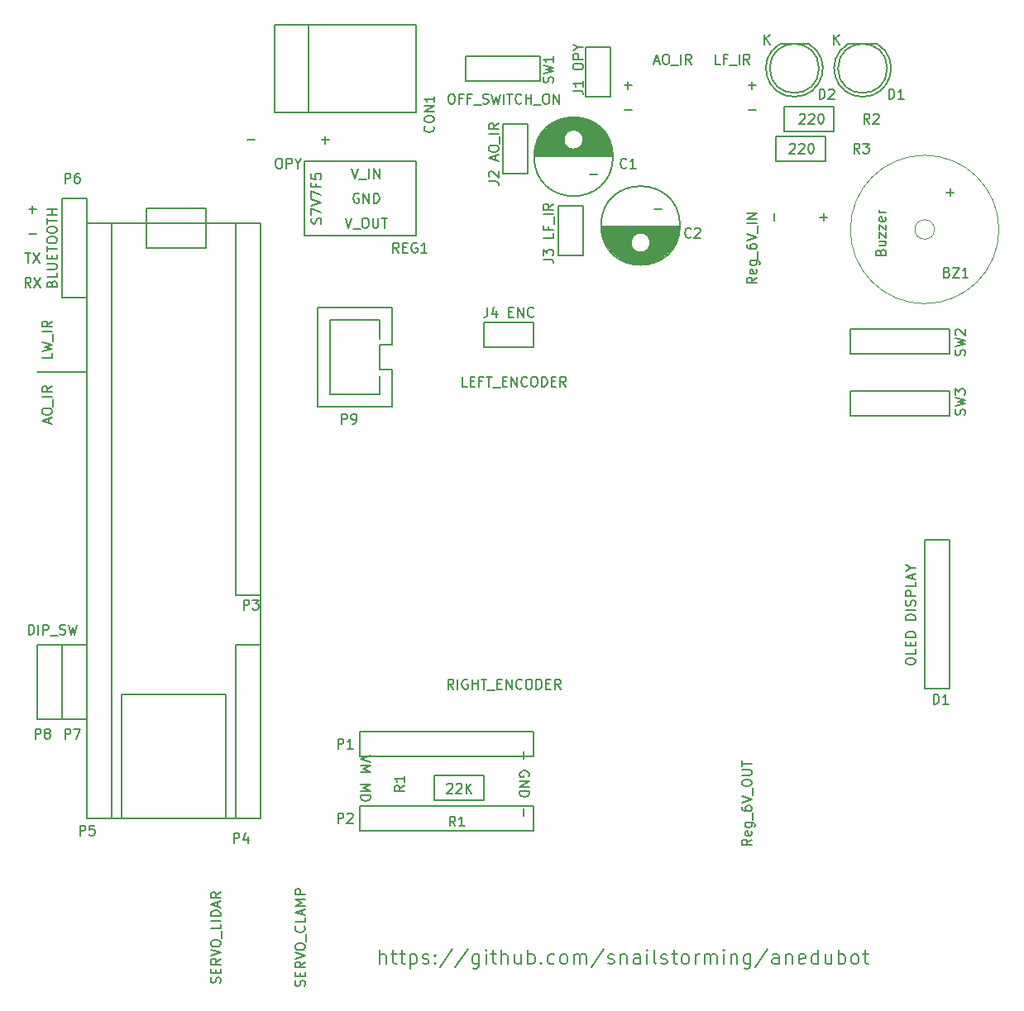
<source format=gbr>
G04 #@! TF.FileFunction,Legend,Top*
%FSLAX46Y46*%
G04 Gerber Fmt 4.6, Leading zero omitted, Abs format (unit mm)*
G04 Created by KiCad (PCBNEW 4.0.7) date 01/01/18 18:36:40*
%MOMM*%
%LPD*%
G01*
G04 APERTURE LIST*
%ADD10C,0.100000*%
%ADD11C,0.150000*%
%ADD12C,0.200000*%
%ADD13C,0.120000*%
G04 APERTURE END LIST*
D10*
D11*
X85815619Y-124058857D02*
X84815619Y-124392190D01*
X85815619Y-124725524D01*
X84815619Y-125058857D02*
X85815619Y-125058857D01*
X85101333Y-125392191D01*
X85815619Y-125725524D01*
X84815619Y-125725524D01*
X84815619Y-126963619D02*
X85815619Y-126963619D01*
X85101333Y-127296953D01*
X85815619Y-127630286D01*
X84815619Y-127630286D01*
X84815619Y-128106476D02*
X85815619Y-128106476D01*
X85815619Y-128344571D01*
X85768000Y-128487429D01*
X85672762Y-128582667D01*
X85577524Y-128630286D01*
X85387048Y-128677905D01*
X85244190Y-128677905D01*
X85053714Y-128630286D01*
X84958476Y-128582667D01*
X84863238Y-128487429D01*
X84815619Y-128344571D01*
X84815619Y-128106476D01*
X101452571Y-123638286D02*
X101452571Y-124400191D01*
X102024000Y-126162096D02*
X102071619Y-126066858D01*
X102071619Y-125924001D01*
X102024000Y-125781143D01*
X101928762Y-125685905D01*
X101833524Y-125638286D01*
X101643048Y-125590667D01*
X101500190Y-125590667D01*
X101309714Y-125638286D01*
X101214476Y-125685905D01*
X101119238Y-125781143D01*
X101071619Y-125924001D01*
X101071619Y-126019239D01*
X101119238Y-126162096D01*
X101166857Y-126209715D01*
X101500190Y-126209715D01*
X101500190Y-126019239D01*
X101071619Y-126638286D02*
X102071619Y-126638286D01*
X101071619Y-127209715D01*
X102071619Y-127209715D01*
X101071619Y-127685905D02*
X102071619Y-127685905D01*
X102071619Y-127924000D01*
X102024000Y-128066858D01*
X101928762Y-128162096D01*
X101833524Y-128209715D01*
X101643048Y-128257334D01*
X101500190Y-128257334D01*
X101309714Y-128209715D01*
X101214476Y-128162096D01*
X101119238Y-128066858D01*
X101071619Y-127924000D01*
X101071619Y-127685905D01*
X101452571Y-129447810D02*
X101452571Y-130209715D01*
D12*
X86791140Y-145382571D02*
X86791140Y-143882571D01*
X87433997Y-145382571D02*
X87433997Y-144596857D01*
X87362568Y-144454000D01*
X87219711Y-144382571D01*
X87005426Y-144382571D01*
X86862568Y-144454000D01*
X86791140Y-144525429D01*
X87933997Y-144382571D02*
X88505426Y-144382571D01*
X88148283Y-143882571D02*
X88148283Y-145168286D01*
X88219711Y-145311143D01*
X88362569Y-145382571D01*
X88505426Y-145382571D01*
X88791140Y-144382571D02*
X89362569Y-144382571D01*
X89005426Y-143882571D02*
X89005426Y-145168286D01*
X89076854Y-145311143D01*
X89219712Y-145382571D01*
X89362569Y-145382571D01*
X89862569Y-144382571D02*
X89862569Y-145882571D01*
X89862569Y-144454000D02*
X90005426Y-144382571D01*
X90291140Y-144382571D01*
X90433997Y-144454000D01*
X90505426Y-144525429D01*
X90576855Y-144668286D01*
X90576855Y-145096857D01*
X90505426Y-145239714D01*
X90433997Y-145311143D01*
X90291140Y-145382571D01*
X90005426Y-145382571D01*
X89862569Y-145311143D01*
X91148283Y-145311143D02*
X91291140Y-145382571D01*
X91576855Y-145382571D01*
X91719712Y-145311143D01*
X91791140Y-145168286D01*
X91791140Y-145096857D01*
X91719712Y-144954000D01*
X91576855Y-144882571D01*
X91362569Y-144882571D01*
X91219712Y-144811143D01*
X91148283Y-144668286D01*
X91148283Y-144596857D01*
X91219712Y-144454000D01*
X91362569Y-144382571D01*
X91576855Y-144382571D01*
X91719712Y-144454000D01*
X92433998Y-145239714D02*
X92505426Y-145311143D01*
X92433998Y-145382571D01*
X92362569Y-145311143D01*
X92433998Y-145239714D01*
X92433998Y-145382571D01*
X92433998Y-144454000D02*
X92505426Y-144525429D01*
X92433998Y-144596857D01*
X92362569Y-144525429D01*
X92433998Y-144454000D01*
X92433998Y-144596857D01*
X94219712Y-143811143D02*
X92933998Y-145739714D01*
X95791141Y-143811143D02*
X94505427Y-145739714D01*
X96933999Y-144382571D02*
X96933999Y-145596857D01*
X96862570Y-145739714D01*
X96791142Y-145811143D01*
X96648285Y-145882571D01*
X96433999Y-145882571D01*
X96291142Y-145811143D01*
X96933999Y-145311143D02*
X96791142Y-145382571D01*
X96505428Y-145382571D01*
X96362570Y-145311143D01*
X96291142Y-145239714D01*
X96219713Y-145096857D01*
X96219713Y-144668286D01*
X96291142Y-144525429D01*
X96362570Y-144454000D01*
X96505428Y-144382571D01*
X96791142Y-144382571D01*
X96933999Y-144454000D01*
X97648285Y-145382571D02*
X97648285Y-144382571D01*
X97648285Y-143882571D02*
X97576856Y-143954000D01*
X97648285Y-144025429D01*
X97719713Y-143954000D01*
X97648285Y-143882571D01*
X97648285Y-144025429D01*
X98148285Y-144382571D02*
X98719714Y-144382571D01*
X98362571Y-143882571D02*
X98362571Y-145168286D01*
X98433999Y-145311143D01*
X98576857Y-145382571D01*
X98719714Y-145382571D01*
X99219714Y-145382571D02*
X99219714Y-143882571D01*
X99862571Y-145382571D02*
X99862571Y-144596857D01*
X99791142Y-144454000D01*
X99648285Y-144382571D01*
X99434000Y-144382571D01*
X99291142Y-144454000D01*
X99219714Y-144525429D01*
X101219714Y-144382571D02*
X101219714Y-145382571D01*
X100576857Y-144382571D02*
X100576857Y-145168286D01*
X100648285Y-145311143D01*
X100791143Y-145382571D01*
X101005428Y-145382571D01*
X101148285Y-145311143D01*
X101219714Y-145239714D01*
X101934000Y-145382571D02*
X101934000Y-143882571D01*
X101934000Y-144454000D02*
X102076857Y-144382571D01*
X102362571Y-144382571D01*
X102505428Y-144454000D01*
X102576857Y-144525429D01*
X102648286Y-144668286D01*
X102648286Y-145096857D01*
X102576857Y-145239714D01*
X102505428Y-145311143D01*
X102362571Y-145382571D01*
X102076857Y-145382571D01*
X101934000Y-145311143D01*
X103291143Y-145239714D02*
X103362571Y-145311143D01*
X103291143Y-145382571D01*
X103219714Y-145311143D01*
X103291143Y-145239714D01*
X103291143Y-145382571D01*
X104648286Y-145311143D02*
X104505429Y-145382571D01*
X104219715Y-145382571D01*
X104076857Y-145311143D01*
X104005429Y-145239714D01*
X103934000Y-145096857D01*
X103934000Y-144668286D01*
X104005429Y-144525429D01*
X104076857Y-144454000D01*
X104219715Y-144382571D01*
X104505429Y-144382571D01*
X104648286Y-144454000D01*
X105505429Y-145382571D02*
X105362571Y-145311143D01*
X105291143Y-145239714D01*
X105219714Y-145096857D01*
X105219714Y-144668286D01*
X105291143Y-144525429D01*
X105362571Y-144454000D01*
X105505429Y-144382571D01*
X105719714Y-144382571D01*
X105862571Y-144454000D01*
X105934000Y-144525429D01*
X106005429Y-144668286D01*
X106005429Y-145096857D01*
X105934000Y-145239714D01*
X105862571Y-145311143D01*
X105719714Y-145382571D01*
X105505429Y-145382571D01*
X106648286Y-145382571D02*
X106648286Y-144382571D01*
X106648286Y-144525429D02*
X106719714Y-144454000D01*
X106862572Y-144382571D01*
X107076857Y-144382571D01*
X107219714Y-144454000D01*
X107291143Y-144596857D01*
X107291143Y-145382571D01*
X107291143Y-144596857D02*
X107362572Y-144454000D01*
X107505429Y-144382571D01*
X107719714Y-144382571D01*
X107862572Y-144454000D01*
X107934000Y-144596857D01*
X107934000Y-145382571D01*
X109719714Y-143811143D02*
X108434000Y-145739714D01*
X110148286Y-145311143D02*
X110291143Y-145382571D01*
X110576858Y-145382571D01*
X110719715Y-145311143D01*
X110791143Y-145168286D01*
X110791143Y-145096857D01*
X110719715Y-144954000D01*
X110576858Y-144882571D01*
X110362572Y-144882571D01*
X110219715Y-144811143D01*
X110148286Y-144668286D01*
X110148286Y-144596857D01*
X110219715Y-144454000D01*
X110362572Y-144382571D01*
X110576858Y-144382571D01*
X110719715Y-144454000D01*
X111434001Y-144382571D02*
X111434001Y-145382571D01*
X111434001Y-144525429D02*
X111505429Y-144454000D01*
X111648287Y-144382571D01*
X111862572Y-144382571D01*
X112005429Y-144454000D01*
X112076858Y-144596857D01*
X112076858Y-145382571D01*
X113434001Y-145382571D02*
X113434001Y-144596857D01*
X113362572Y-144454000D01*
X113219715Y-144382571D01*
X112934001Y-144382571D01*
X112791144Y-144454000D01*
X113434001Y-145311143D02*
X113291144Y-145382571D01*
X112934001Y-145382571D01*
X112791144Y-145311143D01*
X112719715Y-145168286D01*
X112719715Y-145025429D01*
X112791144Y-144882571D01*
X112934001Y-144811143D01*
X113291144Y-144811143D01*
X113434001Y-144739714D01*
X114148287Y-145382571D02*
X114148287Y-144382571D01*
X114148287Y-143882571D02*
X114076858Y-143954000D01*
X114148287Y-144025429D01*
X114219715Y-143954000D01*
X114148287Y-143882571D01*
X114148287Y-144025429D01*
X115076859Y-145382571D02*
X114934001Y-145311143D01*
X114862573Y-145168286D01*
X114862573Y-143882571D01*
X115576858Y-145311143D02*
X115719715Y-145382571D01*
X116005430Y-145382571D01*
X116148287Y-145311143D01*
X116219715Y-145168286D01*
X116219715Y-145096857D01*
X116148287Y-144954000D01*
X116005430Y-144882571D01*
X115791144Y-144882571D01*
X115648287Y-144811143D01*
X115576858Y-144668286D01*
X115576858Y-144596857D01*
X115648287Y-144454000D01*
X115791144Y-144382571D01*
X116005430Y-144382571D01*
X116148287Y-144454000D01*
X116648287Y-144382571D02*
X117219716Y-144382571D01*
X116862573Y-143882571D02*
X116862573Y-145168286D01*
X116934001Y-145311143D01*
X117076859Y-145382571D01*
X117219716Y-145382571D01*
X117934002Y-145382571D02*
X117791144Y-145311143D01*
X117719716Y-145239714D01*
X117648287Y-145096857D01*
X117648287Y-144668286D01*
X117719716Y-144525429D01*
X117791144Y-144454000D01*
X117934002Y-144382571D01*
X118148287Y-144382571D01*
X118291144Y-144454000D01*
X118362573Y-144525429D01*
X118434002Y-144668286D01*
X118434002Y-145096857D01*
X118362573Y-145239714D01*
X118291144Y-145311143D01*
X118148287Y-145382571D01*
X117934002Y-145382571D01*
X119076859Y-145382571D02*
X119076859Y-144382571D01*
X119076859Y-144668286D02*
X119148287Y-144525429D01*
X119219716Y-144454000D01*
X119362573Y-144382571D01*
X119505430Y-144382571D01*
X120005430Y-145382571D02*
X120005430Y-144382571D01*
X120005430Y-144525429D02*
X120076858Y-144454000D01*
X120219716Y-144382571D01*
X120434001Y-144382571D01*
X120576858Y-144454000D01*
X120648287Y-144596857D01*
X120648287Y-145382571D01*
X120648287Y-144596857D02*
X120719716Y-144454000D01*
X120862573Y-144382571D01*
X121076858Y-144382571D01*
X121219716Y-144454000D01*
X121291144Y-144596857D01*
X121291144Y-145382571D01*
X122005430Y-145382571D02*
X122005430Y-144382571D01*
X122005430Y-143882571D02*
X121934001Y-143954000D01*
X122005430Y-144025429D01*
X122076858Y-143954000D01*
X122005430Y-143882571D01*
X122005430Y-144025429D01*
X122719716Y-144382571D02*
X122719716Y-145382571D01*
X122719716Y-144525429D02*
X122791144Y-144454000D01*
X122934002Y-144382571D01*
X123148287Y-144382571D01*
X123291144Y-144454000D01*
X123362573Y-144596857D01*
X123362573Y-145382571D01*
X124719716Y-144382571D02*
X124719716Y-145596857D01*
X124648287Y-145739714D01*
X124576859Y-145811143D01*
X124434002Y-145882571D01*
X124219716Y-145882571D01*
X124076859Y-145811143D01*
X124719716Y-145311143D02*
X124576859Y-145382571D01*
X124291145Y-145382571D01*
X124148287Y-145311143D01*
X124076859Y-145239714D01*
X124005430Y-145096857D01*
X124005430Y-144668286D01*
X124076859Y-144525429D01*
X124148287Y-144454000D01*
X124291145Y-144382571D01*
X124576859Y-144382571D01*
X124719716Y-144454000D01*
X126505430Y-143811143D02*
X125219716Y-145739714D01*
X127648288Y-145382571D02*
X127648288Y-144596857D01*
X127576859Y-144454000D01*
X127434002Y-144382571D01*
X127148288Y-144382571D01*
X127005431Y-144454000D01*
X127648288Y-145311143D02*
X127505431Y-145382571D01*
X127148288Y-145382571D01*
X127005431Y-145311143D01*
X126934002Y-145168286D01*
X126934002Y-145025429D01*
X127005431Y-144882571D01*
X127148288Y-144811143D01*
X127505431Y-144811143D01*
X127648288Y-144739714D01*
X128362574Y-144382571D02*
X128362574Y-145382571D01*
X128362574Y-144525429D02*
X128434002Y-144454000D01*
X128576860Y-144382571D01*
X128791145Y-144382571D01*
X128934002Y-144454000D01*
X129005431Y-144596857D01*
X129005431Y-145382571D01*
X130291145Y-145311143D02*
X130148288Y-145382571D01*
X129862574Y-145382571D01*
X129719717Y-145311143D01*
X129648288Y-145168286D01*
X129648288Y-144596857D01*
X129719717Y-144454000D01*
X129862574Y-144382571D01*
X130148288Y-144382571D01*
X130291145Y-144454000D01*
X130362574Y-144596857D01*
X130362574Y-144739714D01*
X129648288Y-144882571D01*
X131648288Y-145382571D02*
X131648288Y-143882571D01*
X131648288Y-145311143D02*
X131505431Y-145382571D01*
X131219717Y-145382571D01*
X131076859Y-145311143D01*
X131005431Y-145239714D01*
X130934002Y-145096857D01*
X130934002Y-144668286D01*
X131005431Y-144525429D01*
X131076859Y-144454000D01*
X131219717Y-144382571D01*
X131505431Y-144382571D01*
X131648288Y-144454000D01*
X133005431Y-144382571D02*
X133005431Y-145382571D01*
X132362574Y-144382571D02*
X132362574Y-145168286D01*
X132434002Y-145311143D01*
X132576860Y-145382571D01*
X132791145Y-145382571D01*
X132934002Y-145311143D01*
X133005431Y-145239714D01*
X133719717Y-145382571D02*
X133719717Y-143882571D01*
X133719717Y-144454000D02*
X133862574Y-144382571D01*
X134148288Y-144382571D01*
X134291145Y-144454000D01*
X134362574Y-144525429D01*
X134434003Y-144668286D01*
X134434003Y-145096857D01*
X134362574Y-145239714D01*
X134291145Y-145311143D01*
X134148288Y-145382571D01*
X133862574Y-145382571D01*
X133719717Y-145311143D01*
X135291146Y-145382571D02*
X135148288Y-145311143D01*
X135076860Y-145239714D01*
X135005431Y-145096857D01*
X135005431Y-144668286D01*
X135076860Y-144525429D01*
X135148288Y-144454000D01*
X135291146Y-144382571D01*
X135505431Y-144382571D01*
X135648288Y-144454000D01*
X135719717Y-144525429D01*
X135791146Y-144668286D01*
X135791146Y-145096857D01*
X135719717Y-145239714D01*
X135648288Y-145311143D01*
X135505431Y-145382571D01*
X135291146Y-145382571D01*
X136219717Y-144382571D02*
X136791146Y-144382571D01*
X136434003Y-143882571D02*
X136434003Y-145168286D01*
X136505431Y-145311143D01*
X136648289Y-145382571D01*
X136791146Y-145382571D01*
D11*
X80823048Y-60955429D02*
X81584953Y-60955429D01*
X81204001Y-61336381D02*
X81204001Y-60574476D01*
X73203048Y-60955429D02*
X73964953Y-60955429D01*
X51065334Y-76068381D02*
X50732000Y-75592190D01*
X50493905Y-76068381D02*
X50493905Y-75068381D01*
X50874858Y-75068381D01*
X50970096Y-75116000D01*
X51017715Y-75163619D01*
X51065334Y-75258857D01*
X51065334Y-75401714D01*
X51017715Y-75496952D01*
X50970096Y-75544571D01*
X50874858Y-75592190D01*
X50493905Y-75592190D01*
X51398667Y-75068381D02*
X52065334Y-76068381D01*
X52065334Y-75068381D02*
X51398667Y-76068381D01*
X50470095Y-72528381D02*
X51041524Y-72528381D01*
X50755809Y-73528381D02*
X50755809Y-72528381D01*
X51279619Y-72528381D02*
X51946286Y-73528381D01*
X51946286Y-72528381D02*
X51279619Y-73528381D01*
X50851048Y-70607429D02*
X51612953Y-70607429D01*
X50851048Y-68067429D02*
X51612953Y-68067429D01*
X51232001Y-68448381D02*
X51232001Y-67686476D01*
X53192571Y-75702857D02*
X53240190Y-75560000D01*
X53287810Y-75512381D01*
X53383048Y-75464762D01*
X53525905Y-75464762D01*
X53621143Y-75512381D01*
X53668762Y-75560000D01*
X53716381Y-75655238D01*
X53716381Y-76036191D01*
X52716381Y-76036191D01*
X52716381Y-75702857D01*
X52764000Y-75607619D01*
X52811619Y-75560000D01*
X52906857Y-75512381D01*
X53002095Y-75512381D01*
X53097333Y-75560000D01*
X53144952Y-75607619D01*
X53192571Y-75702857D01*
X53192571Y-76036191D01*
X53716381Y-74560000D02*
X53716381Y-75036191D01*
X52716381Y-75036191D01*
X52716381Y-74226667D02*
X53525905Y-74226667D01*
X53621143Y-74179048D01*
X53668762Y-74131429D01*
X53716381Y-74036191D01*
X53716381Y-73845714D01*
X53668762Y-73750476D01*
X53621143Y-73702857D01*
X53525905Y-73655238D01*
X52716381Y-73655238D01*
X53192571Y-73179048D02*
X53192571Y-72845714D01*
X53716381Y-72702857D02*
X53716381Y-73179048D01*
X52716381Y-73179048D01*
X52716381Y-72702857D01*
X52716381Y-72417143D02*
X52716381Y-71845714D01*
X53716381Y-72131429D02*
X52716381Y-72131429D01*
X52716381Y-71321905D02*
X52716381Y-71131428D01*
X52764000Y-71036190D01*
X52859238Y-70940952D01*
X53049714Y-70893333D01*
X53383048Y-70893333D01*
X53573524Y-70940952D01*
X53668762Y-71036190D01*
X53716381Y-71131428D01*
X53716381Y-71321905D01*
X53668762Y-71417143D01*
X53573524Y-71512381D01*
X53383048Y-71560000D01*
X53049714Y-71560000D01*
X52859238Y-71512381D01*
X52764000Y-71417143D01*
X52716381Y-71321905D01*
X52716381Y-70274286D02*
X52716381Y-70083809D01*
X52764000Y-69988571D01*
X52859238Y-69893333D01*
X53049714Y-69845714D01*
X53383048Y-69845714D01*
X53573524Y-69893333D01*
X53668762Y-69988571D01*
X53716381Y-70083809D01*
X53716381Y-70274286D01*
X53668762Y-70369524D01*
X53573524Y-70464762D01*
X53383048Y-70512381D01*
X53049714Y-70512381D01*
X52859238Y-70464762D01*
X52764000Y-70369524D01*
X52716381Y-70274286D01*
X52716381Y-69560000D02*
X52716381Y-68988571D01*
X53716381Y-69274286D02*
X52716381Y-69274286D01*
X53716381Y-68655238D02*
X52716381Y-68655238D01*
X53192571Y-68655238D02*
X53192571Y-68083809D01*
X53716381Y-68083809D02*
X52716381Y-68083809D01*
X54557905Y-65400381D02*
X54557905Y-64400381D01*
X54938858Y-64400381D01*
X55034096Y-64448000D01*
X55081715Y-64495619D01*
X55129334Y-64590857D01*
X55129334Y-64733714D01*
X55081715Y-64828952D01*
X55034096Y-64876571D01*
X54938858Y-64924190D01*
X54557905Y-64924190D01*
X55986477Y-64400381D02*
X55796000Y-64400381D01*
X55700762Y-64448000D01*
X55653143Y-64495619D01*
X55557905Y-64638476D01*
X55510286Y-64828952D01*
X55510286Y-65209905D01*
X55557905Y-65305143D01*
X55605524Y-65352762D01*
X55700762Y-65400381D01*
X55891239Y-65400381D01*
X55986477Y-65352762D01*
X56034096Y-65305143D01*
X56081715Y-65209905D01*
X56081715Y-64971810D01*
X56034096Y-64876571D01*
X55986477Y-64828952D01*
X55891239Y-64781333D01*
X55700762Y-64781333D01*
X55605524Y-64828952D01*
X55557905Y-64876571D01*
X55510286Y-64971810D01*
D12*
X62916000Y-72060000D02*
X69012000Y-72060000D01*
X62916000Y-67996000D02*
X69012000Y-67996000D01*
X71044000Y-117780000D02*
X71044000Y-130480000D01*
X60376000Y-117780000D02*
X71044000Y-117780000D01*
X60376000Y-130480000D02*
X60376000Y-117780000D01*
X69012000Y-67996000D02*
X69012000Y-72060000D01*
X62916000Y-72060000D02*
X62916000Y-67996000D01*
X56820000Y-69520000D02*
X57328000Y-69520000D01*
X56820000Y-130480000D02*
X56820000Y-69520000D01*
X74600000Y-130480000D02*
X56820000Y-130480000D01*
X74600000Y-69520000D02*
X74600000Y-130480000D01*
X56820000Y-69520000D02*
X74600000Y-69520000D01*
D11*
X72845905Y-109088381D02*
X72845905Y-108088381D01*
X73226858Y-108088381D01*
X73322096Y-108136000D01*
X73369715Y-108183619D01*
X73417334Y-108278857D01*
X73417334Y-108421714D01*
X73369715Y-108516952D01*
X73322096Y-108564571D01*
X73226858Y-108612190D01*
X72845905Y-108612190D01*
X73750667Y-108088381D02*
X74369715Y-108088381D01*
X74036381Y-108469333D01*
X74179239Y-108469333D01*
X74274477Y-108516952D01*
X74322096Y-108564571D01*
X74369715Y-108659810D01*
X74369715Y-108897905D01*
X74322096Y-108993143D01*
X74274477Y-109040762D01*
X74179239Y-109088381D01*
X73893524Y-109088381D01*
X73798286Y-109040762D01*
X73750667Y-108993143D01*
X124511048Y-55367429D02*
X125272953Y-55367429D01*
X124892001Y-55748381D02*
X124892001Y-54986476D01*
X111811048Y-55367429D02*
X112572953Y-55367429D01*
X112192001Y-55748381D02*
X112192001Y-54986476D01*
X124511048Y-57907429D02*
X125272953Y-57907429D01*
X111811048Y-57907429D02*
X112572953Y-57907429D01*
X108255048Y-64511429D02*
X109016953Y-64511429D01*
X114859048Y-68067429D02*
X115620953Y-68067429D01*
X121621905Y-53208381D02*
X121145714Y-53208381D01*
X121145714Y-52208381D01*
X122288572Y-52684571D02*
X121955238Y-52684571D01*
X121955238Y-53208381D02*
X121955238Y-52208381D01*
X122431429Y-52208381D01*
X122574286Y-53303619D02*
X123336191Y-53303619D01*
X123574286Y-53208381D02*
X123574286Y-52208381D01*
X124621905Y-53208381D02*
X124288571Y-52732190D01*
X124050476Y-53208381D02*
X124050476Y-52208381D01*
X124431429Y-52208381D01*
X124526667Y-52256000D01*
X124574286Y-52303619D01*
X124621905Y-52398857D01*
X124621905Y-52541714D01*
X124574286Y-52636952D01*
X124526667Y-52684571D01*
X124431429Y-52732190D01*
X124050476Y-52732190D01*
X128733905Y-61447619D02*
X128781524Y-61400000D01*
X128876762Y-61352381D01*
X129114858Y-61352381D01*
X129210096Y-61400000D01*
X129257715Y-61447619D01*
X129305334Y-61542857D01*
X129305334Y-61638095D01*
X129257715Y-61780952D01*
X128686286Y-62352381D01*
X129305334Y-62352381D01*
X129686286Y-61447619D02*
X129733905Y-61400000D01*
X129829143Y-61352381D01*
X130067239Y-61352381D01*
X130162477Y-61400000D01*
X130210096Y-61447619D01*
X130257715Y-61542857D01*
X130257715Y-61638095D01*
X130210096Y-61780952D01*
X129638667Y-62352381D01*
X130257715Y-62352381D01*
X130876762Y-61352381D02*
X130972001Y-61352381D01*
X131067239Y-61400000D01*
X131114858Y-61447619D01*
X131162477Y-61542857D01*
X131210096Y-61733333D01*
X131210096Y-61971429D01*
X131162477Y-62161905D01*
X131114858Y-62257143D01*
X131067239Y-62304762D01*
X130972001Y-62352381D01*
X130876762Y-62352381D01*
X130781524Y-62304762D01*
X130733905Y-62257143D01*
X130686286Y-62161905D01*
X130638667Y-61971429D01*
X130638667Y-61733333D01*
X130686286Y-61542857D01*
X130733905Y-61447619D01*
X130781524Y-61400000D01*
X130876762Y-61352381D01*
X129749905Y-58399619D02*
X129797524Y-58352000D01*
X129892762Y-58304381D01*
X130130858Y-58304381D01*
X130226096Y-58352000D01*
X130273715Y-58399619D01*
X130321334Y-58494857D01*
X130321334Y-58590095D01*
X130273715Y-58732952D01*
X129702286Y-59304381D01*
X130321334Y-59304381D01*
X130702286Y-58399619D02*
X130749905Y-58352000D01*
X130845143Y-58304381D01*
X131083239Y-58304381D01*
X131178477Y-58352000D01*
X131226096Y-58399619D01*
X131273715Y-58494857D01*
X131273715Y-58590095D01*
X131226096Y-58732952D01*
X130654667Y-59304381D01*
X131273715Y-59304381D01*
X131892762Y-58304381D02*
X131988001Y-58304381D01*
X132083239Y-58352000D01*
X132130858Y-58399619D01*
X132178477Y-58494857D01*
X132226096Y-58685333D01*
X132226096Y-58923429D01*
X132178477Y-59113905D01*
X132130858Y-59209143D01*
X132083239Y-59256762D01*
X131988001Y-59304381D01*
X131892762Y-59304381D01*
X131797524Y-59256762D01*
X131749905Y-59209143D01*
X131702286Y-59113905D01*
X131654667Y-58923429D01*
X131654667Y-58685333D01*
X131702286Y-58494857D01*
X131749905Y-58399619D01*
X131797524Y-58352000D01*
X131892762Y-58304381D01*
X89276381Y-127090666D02*
X88800190Y-127424000D01*
X89276381Y-127662095D02*
X88276381Y-127662095D01*
X88276381Y-127281142D01*
X88324000Y-127185904D01*
X88371619Y-127138285D01*
X88466857Y-127090666D01*
X88609714Y-127090666D01*
X88704952Y-127138285D01*
X88752571Y-127185904D01*
X88800190Y-127281142D01*
X88800190Y-127662095D01*
X89276381Y-126138285D02*
X89276381Y-126709714D01*
X89276381Y-126424000D02*
X88276381Y-126424000D01*
X88419238Y-126519238D01*
X88514476Y-126614476D01*
X88562095Y-126709714D01*
X93658095Y-126979619D02*
X93705714Y-126932000D01*
X93800952Y-126884381D01*
X94039048Y-126884381D01*
X94134286Y-126932000D01*
X94181905Y-126979619D01*
X94229524Y-127074857D01*
X94229524Y-127170095D01*
X94181905Y-127312952D01*
X93610476Y-127884381D01*
X94229524Y-127884381D01*
X94610476Y-126979619D02*
X94658095Y-126932000D01*
X94753333Y-126884381D01*
X94991429Y-126884381D01*
X95086667Y-126932000D01*
X95134286Y-126979619D01*
X95181905Y-127074857D01*
X95181905Y-127170095D01*
X95134286Y-127312952D01*
X94562857Y-127884381D01*
X95181905Y-127884381D01*
X95610476Y-127884381D02*
X95610476Y-126884381D01*
X96181905Y-127884381D02*
X95753333Y-127312952D01*
X96181905Y-126884381D02*
X95610476Y-127455810D01*
X56820000Y-84760000D02*
X51740000Y-84760000D01*
X54280000Y-77140000D02*
X54280000Y-66980000D01*
X56820000Y-77140000D02*
X56820000Y-66980000D01*
X56820000Y-77140000D02*
X54280000Y-77140000D01*
X54280000Y-66980000D02*
X56820000Y-66980000D01*
X107620000Y-67742000D02*
X107620000Y-70282000D01*
X105080000Y-70282000D02*
X105080000Y-67742000D01*
X107620000Y-70282000D02*
X107620000Y-72822000D01*
X107620000Y-67742000D02*
X105080000Y-67742000D01*
X105080000Y-70282000D02*
X105080000Y-72822000D01*
X105080000Y-72822000D02*
X107620000Y-72822000D01*
X101905000Y-64440000D02*
X99365000Y-64440000D01*
X99365000Y-64440000D02*
X99365000Y-59360000D01*
X99365000Y-59360000D02*
X101905000Y-59360000D01*
X101905000Y-59360000D02*
X101905000Y-64440000D01*
X137465000Y-86665000D02*
X145085000Y-86665000D01*
X145085000Y-86665000D02*
X145085000Y-89205000D01*
X145085000Y-89205000D02*
X137465000Y-89205000D01*
X137465000Y-89205000D02*
X134925000Y-89205000D01*
X137465000Y-86665000D02*
X134925000Y-86665000D01*
X134925000Y-86665000D02*
X134925000Y-89205000D01*
X137465000Y-80315000D02*
X145085000Y-80315000D01*
X145085000Y-80315000D02*
X145085000Y-82855000D01*
X145085000Y-82855000D02*
X137465000Y-82855000D01*
X137465000Y-82855000D02*
X134925000Y-82855000D01*
X137465000Y-80315000D02*
X134925000Y-80315000D01*
X134925000Y-80315000D02*
X134925000Y-82855000D01*
X87300000Y-131750000D02*
X84760000Y-131750000D01*
X84760000Y-131750000D02*
X84760000Y-129210000D01*
X84760000Y-129210000D02*
X87300000Y-129210000D01*
X87300000Y-129210000D02*
X102540000Y-129210000D01*
X102540000Y-129210000D02*
X102540000Y-131750000D01*
X102540000Y-131750000D02*
X87300000Y-131750000D01*
X100000000Y-121590000D02*
X102540000Y-121590000D01*
X102540000Y-121590000D02*
X102540000Y-124130000D01*
X102540000Y-124130000D02*
X100000000Y-124130000D01*
X100000000Y-124130000D02*
X84760000Y-124130000D01*
X84760000Y-124130000D02*
X84760000Y-121590000D01*
X84760000Y-121590000D02*
X100000000Y-121590000D01*
X100000000Y-82220000D02*
X97460000Y-82220000D01*
X97460000Y-82220000D02*
X97460000Y-79680000D01*
X97460000Y-79680000D02*
X100000000Y-79680000D01*
X100000000Y-79680000D02*
X102540000Y-79680000D01*
X100000000Y-82220000D02*
X102540000Y-82220000D01*
X102540000Y-82220000D02*
X102540000Y-79680000D01*
X86792000Y-85141000D02*
X86792000Y-87046000D01*
X86792000Y-87046000D02*
X81712000Y-87046000D01*
X81712000Y-87046000D02*
X81712000Y-79426000D01*
X81712000Y-79426000D02*
X86792000Y-79426000D01*
X86792000Y-79426000D02*
X86792000Y-81331000D01*
X87427000Y-81966000D02*
X88062000Y-81966000D01*
X88062000Y-81966000D02*
X88062000Y-78156000D01*
X88062000Y-78156000D02*
X80442000Y-78156000D01*
X80442000Y-78156000D02*
X80442000Y-88316000D01*
X80442000Y-88316000D02*
X88062000Y-88316000D01*
X88062000Y-88316000D02*
X88062000Y-84506000D01*
X88062000Y-84506000D02*
X87427000Y-84506000D01*
X86792000Y-81966000D02*
X87427000Y-81966000D01*
X87427000Y-84506000D02*
X86792000Y-84506000D01*
X86792000Y-84506000D02*
X86792000Y-81966000D01*
X103175000Y-54915000D02*
X100635000Y-54915000D01*
X100635000Y-52375000D02*
X103175000Y-52375000D01*
X100635000Y-52375000D02*
X95555000Y-52375000D01*
X95555000Y-52375000D02*
X95555000Y-54915000D01*
X95555000Y-54915000D02*
X100635000Y-54915000D01*
X103175000Y-54915000D02*
X103175000Y-52375000D01*
X110414000Y-51486000D02*
X110414000Y-54026000D01*
X107874000Y-54026000D02*
X107874000Y-51486000D01*
X110414000Y-54026000D02*
X110414000Y-56566000D01*
X110414000Y-51486000D02*
X107874000Y-51486000D01*
X107874000Y-54026000D02*
X107874000Y-56566000D01*
X107874000Y-56566000D02*
X110414000Y-56566000D01*
X145085000Y-101905000D02*
X145085000Y-104445000D01*
X142545000Y-104445000D02*
X142545000Y-101905000D01*
X145085000Y-104445000D02*
X145085000Y-117145000D01*
X145085000Y-117145000D02*
X142545000Y-117145000D01*
X142545000Y-117145000D02*
X142545000Y-104445000D01*
X145085000Y-101905000D02*
X142545000Y-101905000D01*
X51740000Y-120320000D02*
X51740000Y-117780000D01*
X54280000Y-117780000D02*
X54280000Y-120320000D01*
X54280000Y-117780000D02*
X54280000Y-112700000D01*
X54280000Y-112700000D02*
X51740000Y-112700000D01*
X51740000Y-112700000D02*
X51740000Y-117780000D01*
X51740000Y-120320000D02*
X54280000Y-120320000D01*
X56820000Y-117780000D02*
X56820000Y-120320000D01*
X56820000Y-120320000D02*
X54280000Y-120320000D01*
X54280000Y-120320000D02*
X54280000Y-117780000D01*
X56820000Y-117780000D02*
X56820000Y-112700000D01*
X56820000Y-112700000D02*
X54280000Y-112700000D01*
X54280000Y-112700000D02*
X54280000Y-117780000D01*
X56820000Y-130480000D02*
X56820000Y-127940000D01*
X59360000Y-127940000D02*
X59360000Y-130480000D01*
X56820000Y-127940000D02*
X56820000Y-69520000D01*
X59360000Y-127940000D02*
X59360000Y-69520000D01*
X59360000Y-69520000D02*
X56820000Y-69520000D01*
X56820000Y-130480000D02*
X59360000Y-130480000D01*
X72060000Y-127940000D02*
X72060000Y-112700000D01*
X74600000Y-127940000D02*
X74600000Y-112700000D01*
X72060000Y-107620000D02*
X72060000Y-69520000D01*
X74600000Y-69520000D02*
X74600000Y-107620000D01*
X74600000Y-107620000D02*
X72060000Y-107620000D01*
X74600000Y-112700000D02*
X72060000Y-112700000D01*
X74600000Y-127940000D02*
X74600000Y-130480000D01*
X74600000Y-130480000D02*
X72060000Y-130480000D01*
X72060000Y-130480000D02*
X72060000Y-127940000D01*
X74600000Y-69520000D02*
X72060000Y-69520000D01*
X90475000Y-70790000D02*
X79045000Y-70790000D01*
X79045000Y-70790000D02*
X79045000Y-63170000D01*
X79045000Y-63170000D02*
X87935000Y-63170000D01*
X90475000Y-70790000D02*
X90475000Y-63170000D01*
X90475000Y-63170000D02*
X87935000Y-63170000D01*
D10*
X143545000Y-70145000D02*
G75*
G03X143545000Y-70145000I-1000000J0D01*
G01*
D13*
X150145000Y-70145000D02*
G75*
G03X150145000Y-70145000I-7600000J0D01*
G01*
D11*
X134670096Y-51160112D02*
G75*
G03X137695000Y-51145000I1524904J-2484888D01*
G01*
X134695000Y-51145000D02*
X137695000Y-51145000D01*
X138712936Y-53645000D02*
G75*
G03X138712936Y-53645000I-2517936J0D01*
G01*
X117461000Y-69821000D02*
X109463000Y-69821000D01*
X117456000Y-69961000D02*
X109468000Y-69961000D01*
X117446000Y-70101000D02*
X109478000Y-70101000D01*
X117431000Y-70241000D02*
X109493000Y-70241000D01*
X117411000Y-70381000D02*
X109513000Y-70381000D01*
X117386000Y-70521000D02*
X113684000Y-70521000D01*
X113240000Y-70521000D02*
X109538000Y-70521000D01*
X117356000Y-70661000D02*
X114012000Y-70661000D01*
X112912000Y-70661000D02*
X109568000Y-70661000D01*
X117320000Y-70801000D02*
X114181000Y-70801000D01*
X112743000Y-70801000D02*
X109604000Y-70801000D01*
X117279000Y-70941000D02*
X114294000Y-70941000D01*
X112630000Y-70941000D02*
X109645000Y-70941000D01*
X117233000Y-71081000D02*
X114372000Y-71081000D01*
X112552000Y-71081000D02*
X109691000Y-71081000D01*
X117180000Y-71221000D02*
X114423000Y-71221000D01*
X112501000Y-71221000D02*
X109744000Y-71221000D01*
X117121000Y-71361000D02*
X114453000Y-71361000D01*
X112471000Y-71361000D02*
X109803000Y-71361000D01*
X117056000Y-71501000D02*
X114462000Y-71501000D01*
X112462000Y-71501000D02*
X109868000Y-71501000D01*
X116985000Y-71641000D02*
X114451000Y-71641000D01*
X112473000Y-71641000D02*
X109939000Y-71641000D01*
X116906000Y-71781000D02*
X114421000Y-71781000D01*
X112503000Y-71781000D02*
X110018000Y-71781000D01*
X116819000Y-71921000D02*
X114367000Y-71921000D01*
X112557000Y-71921000D02*
X110105000Y-71921000D01*
X116724000Y-72061000D02*
X114287000Y-72061000D01*
X112637000Y-72061000D02*
X110200000Y-72061000D01*
X116620000Y-72201000D02*
X114171000Y-72201000D01*
X112753000Y-72201000D02*
X110304000Y-72201000D01*
X116506000Y-72341000D02*
X113997000Y-72341000D01*
X112927000Y-72341000D02*
X110418000Y-72341000D01*
X116381000Y-72481000D02*
X113635000Y-72481000D01*
X113289000Y-72481000D02*
X110543000Y-72481000D01*
X116243000Y-72621000D02*
X110681000Y-72621000D01*
X116091000Y-72761000D02*
X110833000Y-72761000D01*
X115921000Y-72901000D02*
X111003000Y-72901000D01*
X115730000Y-73041000D02*
X111194000Y-73041000D01*
X115512000Y-73181000D02*
X111412000Y-73181000D01*
X115256000Y-73321000D02*
X111668000Y-73321000D01*
X114945000Y-73461000D02*
X111979000Y-73461000D01*
X114529000Y-73601000D02*
X112395000Y-73601000D01*
X113662000Y-73741000D02*
X113262000Y-73741000D01*
X114462000Y-71496000D02*
G75*
G03X114462000Y-71496000I-1000000J0D01*
G01*
X117499500Y-69746000D02*
G75*
G03X117499500Y-69746000I-4037500J0D01*
G01*
X102605000Y-62615000D02*
X110603000Y-62615000D01*
X102610000Y-62475000D02*
X110598000Y-62475000D01*
X102620000Y-62335000D02*
X110588000Y-62335000D01*
X102635000Y-62195000D02*
X110573000Y-62195000D01*
X102655000Y-62055000D02*
X110553000Y-62055000D01*
X102680000Y-61915000D02*
X106382000Y-61915000D01*
X106826000Y-61915000D02*
X110528000Y-61915000D01*
X102710000Y-61775000D02*
X106054000Y-61775000D01*
X107154000Y-61775000D02*
X110498000Y-61775000D01*
X102746000Y-61635000D02*
X105885000Y-61635000D01*
X107323000Y-61635000D02*
X110462000Y-61635000D01*
X102787000Y-61495000D02*
X105772000Y-61495000D01*
X107436000Y-61495000D02*
X110421000Y-61495000D01*
X102833000Y-61355000D02*
X105694000Y-61355000D01*
X107514000Y-61355000D02*
X110375000Y-61355000D01*
X102886000Y-61215000D02*
X105643000Y-61215000D01*
X107565000Y-61215000D02*
X110322000Y-61215000D01*
X102945000Y-61075000D02*
X105613000Y-61075000D01*
X107595000Y-61075000D02*
X110263000Y-61075000D01*
X103010000Y-60935000D02*
X105604000Y-60935000D01*
X107604000Y-60935000D02*
X110198000Y-60935000D01*
X103081000Y-60795000D02*
X105615000Y-60795000D01*
X107593000Y-60795000D02*
X110127000Y-60795000D01*
X103160000Y-60655000D02*
X105645000Y-60655000D01*
X107563000Y-60655000D02*
X110048000Y-60655000D01*
X103247000Y-60515000D02*
X105699000Y-60515000D01*
X107509000Y-60515000D02*
X109961000Y-60515000D01*
X103342000Y-60375000D02*
X105779000Y-60375000D01*
X107429000Y-60375000D02*
X109866000Y-60375000D01*
X103446000Y-60235000D02*
X105895000Y-60235000D01*
X107313000Y-60235000D02*
X109762000Y-60235000D01*
X103560000Y-60095000D02*
X106069000Y-60095000D01*
X107139000Y-60095000D02*
X109648000Y-60095000D01*
X103685000Y-59955000D02*
X106431000Y-59955000D01*
X106777000Y-59955000D02*
X109523000Y-59955000D01*
X103823000Y-59815000D02*
X109385000Y-59815000D01*
X103975000Y-59675000D02*
X109233000Y-59675000D01*
X104145000Y-59535000D02*
X109063000Y-59535000D01*
X104336000Y-59395000D02*
X108872000Y-59395000D01*
X104554000Y-59255000D02*
X108654000Y-59255000D01*
X104810000Y-59115000D02*
X108398000Y-59115000D01*
X105121000Y-58975000D02*
X108087000Y-58975000D01*
X105537000Y-58835000D02*
X107671000Y-58835000D01*
X106404000Y-58695000D02*
X106804000Y-58695000D01*
X107604000Y-60940000D02*
G75*
G03X107604000Y-60940000I-1000000J0D01*
G01*
X110641500Y-62690000D02*
G75*
G03X110641500Y-62690000I-4037500J0D01*
G01*
X79489500Y-49144120D02*
X79489500Y-58145880D01*
X75989380Y-49144120D02*
X75989380Y-58145880D01*
X75989380Y-58145880D02*
X90490240Y-58145880D01*
X90490240Y-58145880D02*
X90490240Y-49144120D01*
X90490240Y-49144120D02*
X75989380Y-49144120D01*
X127685096Y-51160112D02*
G75*
G03X130710000Y-51145000I1524904J-2484888D01*
G01*
X127710000Y-51145000D02*
X130710000Y-51145000D01*
X131727936Y-53645000D02*
G75*
G03X131727936Y-53645000I-2517936J0D01*
G01*
X97460000Y-128575000D02*
X92380000Y-128575000D01*
X92380000Y-128575000D02*
X92380000Y-126035000D01*
X92380000Y-126035000D02*
X97460000Y-126035000D01*
X97460000Y-126035000D02*
X97460000Y-128575000D01*
X128194000Y-57582000D02*
X133274000Y-57582000D01*
X133274000Y-57582000D02*
X133274000Y-60122000D01*
X133274000Y-60122000D02*
X128194000Y-60122000D01*
X128194000Y-60122000D02*
X128194000Y-57582000D01*
X127305000Y-60630000D02*
X132385000Y-60630000D01*
X132385000Y-60630000D02*
X132385000Y-63170000D01*
X132385000Y-63170000D02*
X127305000Y-63170000D01*
X127305000Y-63170000D02*
X127305000Y-60630000D01*
X124836381Y-132622667D02*
X124360190Y-132956001D01*
X124836381Y-133194096D02*
X123836381Y-133194096D01*
X123836381Y-132813143D01*
X123884000Y-132717905D01*
X123931619Y-132670286D01*
X124026857Y-132622667D01*
X124169714Y-132622667D01*
X124264952Y-132670286D01*
X124312571Y-132717905D01*
X124360190Y-132813143D01*
X124360190Y-133194096D01*
X124788762Y-131813143D02*
X124836381Y-131908381D01*
X124836381Y-132098858D01*
X124788762Y-132194096D01*
X124693524Y-132241715D01*
X124312571Y-132241715D01*
X124217333Y-132194096D01*
X124169714Y-132098858D01*
X124169714Y-131908381D01*
X124217333Y-131813143D01*
X124312571Y-131765524D01*
X124407810Y-131765524D01*
X124503048Y-132241715D01*
X124169714Y-130908381D02*
X124979238Y-130908381D01*
X125074476Y-130956000D01*
X125122095Y-131003619D01*
X125169714Y-131098858D01*
X125169714Y-131241715D01*
X125122095Y-131336953D01*
X124788762Y-130908381D02*
X124836381Y-131003619D01*
X124836381Y-131194096D01*
X124788762Y-131289334D01*
X124741143Y-131336953D01*
X124645905Y-131384572D01*
X124360190Y-131384572D01*
X124264952Y-131336953D01*
X124217333Y-131289334D01*
X124169714Y-131194096D01*
X124169714Y-131003619D01*
X124217333Y-130908381D01*
X124931619Y-130670286D02*
X124931619Y-129908381D01*
X123836381Y-129241714D02*
X123836381Y-129432191D01*
X123884000Y-129527429D01*
X123931619Y-129575048D01*
X124074476Y-129670286D01*
X124264952Y-129717905D01*
X124645905Y-129717905D01*
X124741143Y-129670286D01*
X124788762Y-129622667D01*
X124836381Y-129527429D01*
X124836381Y-129336952D01*
X124788762Y-129241714D01*
X124741143Y-129194095D01*
X124645905Y-129146476D01*
X124407810Y-129146476D01*
X124312571Y-129194095D01*
X124264952Y-129241714D01*
X124217333Y-129336952D01*
X124217333Y-129527429D01*
X124264952Y-129622667D01*
X124312571Y-129670286D01*
X124407810Y-129717905D01*
X123836381Y-128860762D02*
X124836381Y-128527429D01*
X123836381Y-128194095D01*
X124931619Y-128098857D02*
X124931619Y-127336952D01*
X123836381Y-126908381D02*
X123836381Y-126717904D01*
X123884000Y-126622666D01*
X123979238Y-126527428D01*
X124169714Y-126479809D01*
X124503048Y-126479809D01*
X124693524Y-126527428D01*
X124788762Y-126622666D01*
X124836381Y-126717904D01*
X124836381Y-126908381D01*
X124788762Y-127003619D01*
X124693524Y-127098857D01*
X124503048Y-127146476D01*
X124169714Y-127146476D01*
X123979238Y-127098857D01*
X123884000Y-127003619D01*
X123836381Y-126908381D01*
X123836381Y-126051238D02*
X124645905Y-126051238D01*
X124741143Y-126003619D01*
X124788762Y-125956000D01*
X124836381Y-125860762D01*
X124836381Y-125670285D01*
X124788762Y-125575047D01*
X124741143Y-125527428D01*
X124645905Y-125479809D01*
X123836381Y-125479809D01*
X123836381Y-125146476D02*
X123836381Y-124575047D01*
X124836381Y-124860762D02*
X123836381Y-124860762D01*
X125344381Y-75060000D02*
X124868190Y-75393334D01*
X125344381Y-75631429D02*
X124344381Y-75631429D01*
X124344381Y-75250476D01*
X124392000Y-75155238D01*
X124439619Y-75107619D01*
X124534857Y-75060000D01*
X124677714Y-75060000D01*
X124772952Y-75107619D01*
X124820571Y-75155238D01*
X124868190Y-75250476D01*
X124868190Y-75631429D01*
X125296762Y-74250476D02*
X125344381Y-74345714D01*
X125344381Y-74536191D01*
X125296762Y-74631429D01*
X125201524Y-74679048D01*
X124820571Y-74679048D01*
X124725333Y-74631429D01*
X124677714Y-74536191D01*
X124677714Y-74345714D01*
X124725333Y-74250476D01*
X124820571Y-74202857D01*
X124915810Y-74202857D01*
X125011048Y-74679048D01*
X124677714Y-73345714D02*
X125487238Y-73345714D01*
X125582476Y-73393333D01*
X125630095Y-73440952D01*
X125677714Y-73536191D01*
X125677714Y-73679048D01*
X125630095Y-73774286D01*
X125296762Y-73345714D02*
X125344381Y-73440952D01*
X125344381Y-73631429D01*
X125296762Y-73726667D01*
X125249143Y-73774286D01*
X125153905Y-73821905D01*
X124868190Y-73821905D01*
X124772952Y-73774286D01*
X124725333Y-73726667D01*
X124677714Y-73631429D01*
X124677714Y-73440952D01*
X124725333Y-73345714D01*
X125439619Y-73107619D02*
X125439619Y-72345714D01*
X124344381Y-71679047D02*
X124344381Y-71869524D01*
X124392000Y-71964762D01*
X124439619Y-72012381D01*
X124582476Y-72107619D01*
X124772952Y-72155238D01*
X125153905Y-72155238D01*
X125249143Y-72107619D01*
X125296762Y-72060000D01*
X125344381Y-71964762D01*
X125344381Y-71774285D01*
X125296762Y-71679047D01*
X125249143Y-71631428D01*
X125153905Y-71583809D01*
X124915810Y-71583809D01*
X124820571Y-71631428D01*
X124772952Y-71679047D01*
X124725333Y-71774285D01*
X124725333Y-71964762D01*
X124772952Y-72060000D01*
X124820571Y-72107619D01*
X124915810Y-72155238D01*
X124344381Y-71298095D02*
X125344381Y-70964762D01*
X124344381Y-70631428D01*
X125439619Y-70536190D02*
X125439619Y-69774285D01*
X125344381Y-69536190D02*
X124344381Y-69536190D01*
X125344381Y-69060000D02*
X124344381Y-69060000D01*
X125344381Y-68488571D01*
X124344381Y-68488571D01*
X132211429Y-69250952D02*
X132211429Y-68489047D01*
X132592381Y-68869999D02*
X131830476Y-68869999D01*
X127131429Y-69250952D02*
X127131429Y-68489047D01*
X52922667Y-89974286D02*
X52922667Y-89498095D01*
X53208381Y-90069524D02*
X52208381Y-89736191D01*
X53208381Y-89402857D01*
X52208381Y-88879048D02*
X52208381Y-88688571D01*
X52256000Y-88593333D01*
X52351238Y-88498095D01*
X52541714Y-88450476D01*
X52875048Y-88450476D01*
X53065524Y-88498095D01*
X53160762Y-88593333D01*
X53208381Y-88688571D01*
X53208381Y-88879048D01*
X53160762Y-88974286D01*
X53065524Y-89069524D01*
X52875048Y-89117143D01*
X52541714Y-89117143D01*
X52351238Y-89069524D01*
X52256000Y-88974286D01*
X52208381Y-88879048D01*
X53303619Y-88260000D02*
X53303619Y-87498095D01*
X53208381Y-87260000D02*
X52208381Y-87260000D01*
X53208381Y-86212381D02*
X52732190Y-86545715D01*
X53208381Y-86783810D02*
X52208381Y-86783810D01*
X52208381Y-86402857D01*
X52256000Y-86307619D01*
X52303619Y-86260000D01*
X52398857Y-86212381D01*
X52541714Y-86212381D01*
X52636952Y-86260000D01*
X52684571Y-86307619D01*
X52732190Y-86402857D01*
X52732190Y-86783810D01*
X53541714Y-84783810D02*
X52113143Y-84783810D01*
X53208381Y-82831428D02*
X53208381Y-83307619D01*
X52208381Y-83307619D01*
X52208381Y-82593333D02*
X53208381Y-82355238D01*
X52494095Y-82164761D01*
X53208381Y-81974285D01*
X52208381Y-81736190D01*
X53303619Y-81593333D02*
X53303619Y-80831428D01*
X53208381Y-80593333D02*
X52208381Y-80593333D01*
X53208381Y-79545714D02*
X52732190Y-79879048D01*
X53208381Y-80117143D02*
X52208381Y-80117143D01*
X52208381Y-79736190D01*
X52256000Y-79640952D01*
X52303619Y-79593333D01*
X52398857Y-79545714D01*
X52541714Y-79545714D01*
X52636952Y-79593333D01*
X52684571Y-79640952D01*
X52732190Y-79736190D01*
X52732190Y-80117143D01*
X76370190Y-62876381D02*
X76560667Y-62876381D01*
X76655905Y-62924000D01*
X76751143Y-63019238D01*
X76798762Y-63209714D01*
X76798762Y-63543048D01*
X76751143Y-63733524D01*
X76655905Y-63828762D01*
X76560667Y-63876381D01*
X76370190Y-63876381D01*
X76274952Y-63828762D01*
X76179714Y-63733524D01*
X76132095Y-63543048D01*
X76132095Y-63209714D01*
X76179714Y-63019238D01*
X76274952Y-62924000D01*
X76370190Y-62876381D01*
X77227333Y-63876381D02*
X77227333Y-62876381D01*
X77608286Y-62876381D01*
X77703524Y-62924000D01*
X77751143Y-62971619D01*
X77798762Y-63066857D01*
X77798762Y-63209714D01*
X77751143Y-63304952D01*
X77703524Y-63352571D01*
X77608286Y-63400190D01*
X77227333Y-63400190D01*
X78417809Y-63400190D02*
X78417809Y-63876381D01*
X78084476Y-62876381D02*
X78417809Y-63400190D01*
X78751143Y-62876381D01*
X79068762Y-147648191D02*
X79116381Y-147505334D01*
X79116381Y-147267238D01*
X79068762Y-147172000D01*
X79021143Y-147124381D01*
X78925905Y-147076762D01*
X78830667Y-147076762D01*
X78735429Y-147124381D01*
X78687810Y-147172000D01*
X78640190Y-147267238D01*
X78592571Y-147457715D01*
X78544952Y-147552953D01*
X78497333Y-147600572D01*
X78402095Y-147648191D01*
X78306857Y-147648191D01*
X78211619Y-147600572D01*
X78164000Y-147552953D01*
X78116381Y-147457715D01*
X78116381Y-147219619D01*
X78164000Y-147076762D01*
X78592571Y-146648191D02*
X78592571Y-146314857D01*
X79116381Y-146172000D02*
X79116381Y-146648191D01*
X78116381Y-146648191D01*
X78116381Y-146172000D01*
X79116381Y-145172000D02*
X78640190Y-145505334D01*
X79116381Y-145743429D02*
X78116381Y-145743429D01*
X78116381Y-145362476D01*
X78164000Y-145267238D01*
X78211619Y-145219619D01*
X78306857Y-145172000D01*
X78449714Y-145172000D01*
X78544952Y-145219619D01*
X78592571Y-145267238D01*
X78640190Y-145362476D01*
X78640190Y-145743429D01*
X78116381Y-144886286D02*
X79116381Y-144552953D01*
X78116381Y-144219619D01*
X78116381Y-143695810D02*
X78116381Y-143505333D01*
X78164000Y-143410095D01*
X78259238Y-143314857D01*
X78449714Y-143267238D01*
X78783048Y-143267238D01*
X78973524Y-143314857D01*
X79068762Y-143410095D01*
X79116381Y-143505333D01*
X79116381Y-143695810D01*
X79068762Y-143791048D01*
X78973524Y-143886286D01*
X78783048Y-143933905D01*
X78449714Y-143933905D01*
X78259238Y-143886286D01*
X78164000Y-143791048D01*
X78116381Y-143695810D01*
X79211619Y-143076762D02*
X79211619Y-142314857D01*
X79021143Y-141505333D02*
X79068762Y-141552952D01*
X79116381Y-141695809D01*
X79116381Y-141791047D01*
X79068762Y-141933905D01*
X78973524Y-142029143D01*
X78878286Y-142076762D01*
X78687810Y-142124381D01*
X78544952Y-142124381D01*
X78354476Y-142076762D01*
X78259238Y-142029143D01*
X78164000Y-141933905D01*
X78116381Y-141791047D01*
X78116381Y-141695809D01*
X78164000Y-141552952D01*
X78211619Y-141505333D01*
X79116381Y-140600571D02*
X79116381Y-141076762D01*
X78116381Y-141076762D01*
X78830667Y-140314857D02*
X78830667Y-139838666D01*
X79116381Y-140410095D02*
X78116381Y-140076762D01*
X79116381Y-139743428D01*
X79116381Y-139410095D02*
X78116381Y-139410095D01*
X78830667Y-139076761D01*
X78116381Y-138743428D01*
X79116381Y-138743428D01*
X79116381Y-138267238D02*
X78116381Y-138267238D01*
X78116381Y-137886285D01*
X78164000Y-137791047D01*
X78211619Y-137743428D01*
X78306857Y-137695809D01*
X78449714Y-137695809D01*
X78544952Y-137743428D01*
X78592571Y-137791047D01*
X78640190Y-137886285D01*
X78640190Y-138267238D01*
X70432762Y-147314857D02*
X70480381Y-147172000D01*
X70480381Y-146933904D01*
X70432762Y-146838666D01*
X70385143Y-146791047D01*
X70289905Y-146743428D01*
X70194667Y-146743428D01*
X70099429Y-146791047D01*
X70051810Y-146838666D01*
X70004190Y-146933904D01*
X69956571Y-147124381D01*
X69908952Y-147219619D01*
X69861333Y-147267238D01*
X69766095Y-147314857D01*
X69670857Y-147314857D01*
X69575619Y-147267238D01*
X69528000Y-147219619D01*
X69480381Y-147124381D01*
X69480381Y-146886285D01*
X69528000Y-146743428D01*
X69956571Y-146314857D02*
X69956571Y-145981523D01*
X70480381Y-145838666D02*
X70480381Y-146314857D01*
X69480381Y-146314857D01*
X69480381Y-145838666D01*
X70480381Y-144838666D02*
X70004190Y-145172000D01*
X70480381Y-145410095D02*
X69480381Y-145410095D01*
X69480381Y-145029142D01*
X69528000Y-144933904D01*
X69575619Y-144886285D01*
X69670857Y-144838666D01*
X69813714Y-144838666D01*
X69908952Y-144886285D01*
X69956571Y-144933904D01*
X70004190Y-145029142D01*
X70004190Y-145410095D01*
X69480381Y-144552952D02*
X70480381Y-144219619D01*
X69480381Y-143886285D01*
X69480381Y-143362476D02*
X69480381Y-143171999D01*
X69528000Y-143076761D01*
X69623238Y-142981523D01*
X69813714Y-142933904D01*
X70147048Y-142933904D01*
X70337524Y-142981523D01*
X70432762Y-143076761D01*
X70480381Y-143171999D01*
X70480381Y-143362476D01*
X70432762Y-143457714D01*
X70337524Y-143552952D01*
X70147048Y-143600571D01*
X69813714Y-143600571D01*
X69623238Y-143552952D01*
X69528000Y-143457714D01*
X69480381Y-143362476D01*
X70575619Y-142743428D02*
X70575619Y-141981523D01*
X70480381Y-141267237D02*
X70480381Y-141743428D01*
X69480381Y-141743428D01*
X70480381Y-140933904D02*
X69480381Y-140933904D01*
X70480381Y-140457714D02*
X69480381Y-140457714D01*
X69480381Y-140219619D01*
X69528000Y-140076761D01*
X69623238Y-139981523D01*
X69718476Y-139933904D01*
X69908952Y-139886285D01*
X70051810Y-139886285D01*
X70242286Y-139933904D01*
X70337524Y-139981523D01*
X70432762Y-140076761D01*
X70480381Y-140219619D01*
X70480381Y-140457714D01*
X70194667Y-139505333D02*
X70194667Y-139029142D01*
X70480381Y-139600571D02*
X69480381Y-139267238D01*
X70480381Y-138933904D01*
X70480381Y-138029142D02*
X70004190Y-138362476D01*
X70480381Y-138600571D02*
X69480381Y-138600571D01*
X69480381Y-138219618D01*
X69528000Y-138124380D01*
X69575619Y-138076761D01*
X69670857Y-138029142D01*
X69813714Y-138029142D01*
X69908952Y-138076761D01*
X69956571Y-138124380D01*
X70004190Y-138219618D01*
X70004190Y-138600571D01*
X94325334Y-117216381D02*
X93992000Y-116740190D01*
X93753905Y-117216381D02*
X93753905Y-116216381D01*
X94134858Y-116216381D01*
X94230096Y-116264000D01*
X94277715Y-116311619D01*
X94325334Y-116406857D01*
X94325334Y-116549714D01*
X94277715Y-116644952D01*
X94230096Y-116692571D01*
X94134858Y-116740190D01*
X93753905Y-116740190D01*
X94753905Y-117216381D02*
X94753905Y-116216381D01*
X95753905Y-116264000D02*
X95658667Y-116216381D01*
X95515810Y-116216381D01*
X95372952Y-116264000D01*
X95277714Y-116359238D01*
X95230095Y-116454476D01*
X95182476Y-116644952D01*
X95182476Y-116787810D01*
X95230095Y-116978286D01*
X95277714Y-117073524D01*
X95372952Y-117168762D01*
X95515810Y-117216381D01*
X95611048Y-117216381D01*
X95753905Y-117168762D01*
X95801524Y-117121143D01*
X95801524Y-116787810D01*
X95611048Y-116787810D01*
X96230095Y-117216381D02*
X96230095Y-116216381D01*
X96230095Y-116692571D02*
X96801524Y-116692571D01*
X96801524Y-117216381D02*
X96801524Y-116216381D01*
X97134857Y-116216381D02*
X97706286Y-116216381D01*
X97420571Y-117216381D02*
X97420571Y-116216381D01*
X97801524Y-117311619D02*
X98563429Y-117311619D01*
X98801524Y-116692571D02*
X99134858Y-116692571D01*
X99277715Y-117216381D02*
X98801524Y-117216381D01*
X98801524Y-116216381D01*
X99277715Y-116216381D01*
X99706286Y-117216381D02*
X99706286Y-116216381D01*
X100277715Y-117216381D01*
X100277715Y-116216381D01*
X101325334Y-117121143D02*
X101277715Y-117168762D01*
X101134858Y-117216381D01*
X101039620Y-117216381D01*
X100896762Y-117168762D01*
X100801524Y-117073524D01*
X100753905Y-116978286D01*
X100706286Y-116787810D01*
X100706286Y-116644952D01*
X100753905Y-116454476D01*
X100801524Y-116359238D01*
X100896762Y-116264000D01*
X101039620Y-116216381D01*
X101134858Y-116216381D01*
X101277715Y-116264000D01*
X101325334Y-116311619D01*
X101944381Y-116216381D02*
X102134858Y-116216381D01*
X102230096Y-116264000D01*
X102325334Y-116359238D01*
X102372953Y-116549714D01*
X102372953Y-116883048D01*
X102325334Y-117073524D01*
X102230096Y-117168762D01*
X102134858Y-117216381D01*
X101944381Y-117216381D01*
X101849143Y-117168762D01*
X101753905Y-117073524D01*
X101706286Y-116883048D01*
X101706286Y-116549714D01*
X101753905Y-116359238D01*
X101849143Y-116264000D01*
X101944381Y-116216381D01*
X102801524Y-117216381D02*
X102801524Y-116216381D01*
X103039619Y-116216381D01*
X103182477Y-116264000D01*
X103277715Y-116359238D01*
X103325334Y-116454476D01*
X103372953Y-116644952D01*
X103372953Y-116787810D01*
X103325334Y-116978286D01*
X103277715Y-117073524D01*
X103182477Y-117168762D01*
X103039619Y-117216381D01*
X102801524Y-117216381D01*
X103801524Y-116692571D02*
X104134858Y-116692571D01*
X104277715Y-117216381D02*
X103801524Y-117216381D01*
X103801524Y-116216381D01*
X104277715Y-116216381D01*
X105277715Y-117216381D02*
X104944381Y-116740190D01*
X104706286Y-117216381D02*
X104706286Y-116216381D01*
X105087239Y-116216381D01*
X105182477Y-116264000D01*
X105230096Y-116311619D01*
X105277715Y-116406857D01*
X105277715Y-116549714D01*
X105230096Y-116644952D01*
X105182477Y-116692571D01*
X105087239Y-116740190D01*
X104706286Y-116740190D01*
X95722286Y-86228381D02*
X95246095Y-86228381D01*
X95246095Y-85228381D01*
X96055619Y-85704571D02*
X96388953Y-85704571D01*
X96531810Y-86228381D02*
X96055619Y-86228381D01*
X96055619Y-85228381D01*
X96531810Y-85228381D01*
X97293715Y-85704571D02*
X96960381Y-85704571D01*
X96960381Y-86228381D02*
X96960381Y-85228381D01*
X97436572Y-85228381D01*
X97674667Y-85228381D02*
X98246096Y-85228381D01*
X97960381Y-86228381D02*
X97960381Y-85228381D01*
X98341334Y-86323619D02*
X99103239Y-86323619D01*
X99341334Y-85704571D02*
X99674668Y-85704571D01*
X99817525Y-86228381D02*
X99341334Y-86228381D01*
X99341334Y-85228381D01*
X99817525Y-85228381D01*
X100246096Y-86228381D02*
X100246096Y-85228381D01*
X100817525Y-86228381D01*
X100817525Y-85228381D01*
X101865144Y-86133143D02*
X101817525Y-86180762D01*
X101674668Y-86228381D01*
X101579430Y-86228381D01*
X101436572Y-86180762D01*
X101341334Y-86085524D01*
X101293715Y-85990286D01*
X101246096Y-85799810D01*
X101246096Y-85656952D01*
X101293715Y-85466476D01*
X101341334Y-85371238D01*
X101436572Y-85276000D01*
X101579430Y-85228381D01*
X101674668Y-85228381D01*
X101817525Y-85276000D01*
X101865144Y-85323619D01*
X102484191Y-85228381D02*
X102674668Y-85228381D01*
X102769906Y-85276000D01*
X102865144Y-85371238D01*
X102912763Y-85561714D01*
X102912763Y-85895048D01*
X102865144Y-86085524D01*
X102769906Y-86180762D01*
X102674668Y-86228381D01*
X102484191Y-86228381D01*
X102388953Y-86180762D01*
X102293715Y-86085524D01*
X102246096Y-85895048D01*
X102246096Y-85561714D01*
X102293715Y-85371238D01*
X102388953Y-85276000D01*
X102484191Y-85228381D01*
X103341334Y-86228381D02*
X103341334Y-85228381D01*
X103579429Y-85228381D01*
X103722287Y-85276000D01*
X103817525Y-85371238D01*
X103865144Y-85466476D01*
X103912763Y-85656952D01*
X103912763Y-85799810D01*
X103865144Y-85990286D01*
X103817525Y-86085524D01*
X103722287Y-86180762D01*
X103579429Y-86228381D01*
X103341334Y-86228381D01*
X104341334Y-85704571D02*
X104674668Y-85704571D01*
X104817525Y-86228381D02*
X104341334Y-86228381D01*
X104341334Y-85228381D01*
X104817525Y-85228381D01*
X105817525Y-86228381D02*
X105484191Y-85752190D01*
X105246096Y-86228381D02*
X105246096Y-85228381D01*
X105627049Y-85228381D01*
X105722287Y-85276000D01*
X105769906Y-85323619D01*
X105817525Y-85418857D01*
X105817525Y-85561714D01*
X105769906Y-85656952D01*
X105722287Y-85704571D01*
X105627049Y-85752190D01*
X105246096Y-85752190D01*
X114883048Y-52922667D02*
X115359239Y-52922667D01*
X114787810Y-53208381D02*
X115121143Y-52208381D01*
X115454477Y-53208381D01*
X115978286Y-52208381D02*
X116168763Y-52208381D01*
X116264001Y-52256000D01*
X116359239Y-52351238D01*
X116406858Y-52541714D01*
X116406858Y-52875048D01*
X116359239Y-53065524D01*
X116264001Y-53160762D01*
X116168763Y-53208381D01*
X115978286Y-53208381D01*
X115883048Y-53160762D01*
X115787810Y-53065524D01*
X115740191Y-52875048D01*
X115740191Y-52541714D01*
X115787810Y-52351238D01*
X115883048Y-52256000D01*
X115978286Y-52208381D01*
X116597334Y-53303619D02*
X117359239Y-53303619D01*
X117597334Y-53208381D02*
X117597334Y-52208381D01*
X118644953Y-53208381D02*
X118311619Y-52732190D01*
X118073524Y-53208381D02*
X118073524Y-52208381D01*
X118454477Y-52208381D01*
X118549715Y-52256000D01*
X118597334Y-52303619D01*
X118644953Y-52398857D01*
X118644953Y-52541714D01*
X118597334Y-52636952D01*
X118549715Y-52684571D01*
X118454477Y-52732190D01*
X118073524Y-52732190D01*
X103516381Y-73202666D02*
X104230667Y-73202666D01*
X104373524Y-73250286D01*
X104468762Y-73345524D01*
X104516381Y-73488381D01*
X104516381Y-73583619D01*
X103516381Y-72821714D02*
X103516381Y-72202666D01*
X103897333Y-72536000D01*
X103897333Y-72393142D01*
X103944952Y-72297904D01*
X103992571Y-72250285D01*
X104087810Y-72202666D01*
X104325905Y-72202666D01*
X104421143Y-72250285D01*
X104468762Y-72297904D01*
X104516381Y-72393142D01*
X104516381Y-72678857D01*
X104468762Y-72774095D01*
X104421143Y-72821714D01*
X104516381Y-70535999D02*
X104516381Y-71012190D01*
X103516381Y-71012190D01*
X103992571Y-69869332D02*
X103992571Y-70202666D01*
X104516381Y-70202666D02*
X103516381Y-70202666D01*
X103516381Y-69726475D01*
X104611619Y-69583618D02*
X104611619Y-68821713D01*
X104516381Y-68583618D02*
X103516381Y-68583618D01*
X104516381Y-67535999D02*
X104040190Y-67869333D01*
X104516381Y-68107428D02*
X103516381Y-68107428D01*
X103516381Y-67726475D01*
X103564000Y-67631237D01*
X103611619Y-67583618D01*
X103706857Y-67535999D01*
X103849714Y-67535999D01*
X103944952Y-67583618D01*
X103992571Y-67631237D01*
X104040190Y-67726475D01*
X104040190Y-68107428D01*
X97928381Y-65193714D02*
X98642667Y-65193714D01*
X98785524Y-65241334D01*
X98880762Y-65336572D01*
X98928381Y-65479429D01*
X98928381Y-65574667D01*
X98023619Y-64765143D02*
X97976000Y-64717524D01*
X97928381Y-64622286D01*
X97928381Y-64384190D01*
X97976000Y-64288952D01*
X98023619Y-64241333D01*
X98118857Y-64193714D01*
X98214095Y-64193714D01*
X98356952Y-64241333D01*
X98928381Y-64812762D01*
X98928381Y-64193714D01*
X98642667Y-63050857D02*
X98642667Y-62574666D01*
X98928381Y-63146095D02*
X97928381Y-62812762D01*
X98928381Y-62479428D01*
X97928381Y-61955619D02*
X97928381Y-61765142D01*
X97976000Y-61669904D01*
X98071238Y-61574666D01*
X98261714Y-61527047D01*
X98595048Y-61527047D01*
X98785524Y-61574666D01*
X98880762Y-61669904D01*
X98928381Y-61765142D01*
X98928381Y-61955619D01*
X98880762Y-62050857D01*
X98785524Y-62146095D01*
X98595048Y-62193714D01*
X98261714Y-62193714D01*
X98071238Y-62146095D01*
X97976000Y-62050857D01*
X97928381Y-61955619D01*
X99023619Y-61336571D02*
X99023619Y-60574666D01*
X98928381Y-60336571D02*
X97928381Y-60336571D01*
X98928381Y-59288952D02*
X98452190Y-59622286D01*
X98928381Y-59860381D02*
X97928381Y-59860381D01*
X97928381Y-59479428D01*
X97976000Y-59384190D01*
X98023619Y-59336571D01*
X98118857Y-59288952D01*
X98261714Y-59288952D01*
X98356952Y-59336571D01*
X98404571Y-59384190D01*
X98452190Y-59479428D01*
X98452190Y-59860381D01*
X146632762Y-89141333D02*
X146680381Y-88998476D01*
X146680381Y-88760380D01*
X146632762Y-88665142D01*
X146585143Y-88617523D01*
X146489905Y-88569904D01*
X146394667Y-88569904D01*
X146299429Y-88617523D01*
X146251810Y-88665142D01*
X146204190Y-88760380D01*
X146156571Y-88950857D01*
X146108952Y-89046095D01*
X146061333Y-89093714D01*
X145966095Y-89141333D01*
X145870857Y-89141333D01*
X145775619Y-89093714D01*
X145728000Y-89046095D01*
X145680381Y-88950857D01*
X145680381Y-88712761D01*
X145728000Y-88569904D01*
X145680381Y-88236571D02*
X146680381Y-87998476D01*
X145966095Y-87807999D01*
X146680381Y-87617523D01*
X145680381Y-87379428D01*
X145680381Y-87093714D02*
X145680381Y-86474666D01*
X146061333Y-86808000D01*
X146061333Y-86665142D01*
X146108952Y-86569904D01*
X146156571Y-86522285D01*
X146251810Y-86474666D01*
X146489905Y-86474666D01*
X146585143Y-86522285D01*
X146632762Y-86569904D01*
X146680381Y-86665142D01*
X146680381Y-86950857D01*
X146632762Y-87046095D01*
X146585143Y-87093714D01*
X146632762Y-83045333D02*
X146680381Y-82902476D01*
X146680381Y-82664380D01*
X146632762Y-82569142D01*
X146585143Y-82521523D01*
X146489905Y-82473904D01*
X146394667Y-82473904D01*
X146299429Y-82521523D01*
X146251810Y-82569142D01*
X146204190Y-82664380D01*
X146156571Y-82854857D01*
X146108952Y-82950095D01*
X146061333Y-82997714D01*
X145966095Y-83045333D01*
X145870857Y-83045333D01*
X145775619Y-82997714D01*
X145728000Y-82950095D01*
X145680381Y-82854857D01*
X145680381Y-82616761D01*
X145728000Y-82473904D01*
X145680381Y-82140571D02*
X146680381Y-81902476D01*
X145966095Y-81711999D01*
X146680381Y-81521523D01*
X145680381Y-81283428D01*
X145775619Y-80950095D02*
X145728000Y-80902476D01*
X145680381Y-80807238D01*
X145680381Y-80569142D01*
X145728000Y-80473904D01*
X145775619Y-80426285D01*
X145870857Y-80378666D01*
X145966095Y-80378666D01*
X146108952Y-80426285D01*
X146680381Y-80997714D01*
X146680381Y-80378666D01*
X82497905Y-130932381D02*
X82497905Y-129932381D01*
X82878858Y-129932381D01*
X82974096Y-129980000D01*
X83021715Y-130027619D01*
X83069334Y-130122857D01*
X83069334Y-130265714D01*
X83021715Y-130360952D01*
X82974096Y-130408571D01*
X82878858Y-130456190D01*
X82497905Y-130456190D01*
X83450286Y-130027619D02*
X83497905Y-129980000D01*
X83593143Y-129932381D01*
X83831239Y-129932381D01*
X83926477Y-129980000D01*
X83974096Y-130027619D01*
X84021715Y-130122857D01*
X84021715Y-130218095D01*
X83974096Y-130360952D01*
X83402667Y-130932381D01*
X84021715Y-130932381D01*
X82497905Y-123312381D02*
X82497905Y-122312381D01*
X82878858Y-122312381D01*
X82974096Y-122360000D01*
X83021715Y-122407619D01*
X83069334Y-122502857D01*
X83069334Y-122645714D01*
X83021715Y-122740952D01*
X82974096Y-122788571D01*
X82878858Y-122836190D01*
X82497905Y-122836190D01*
X84021715Y-123312381D02*
X83450286Y-123312381D01*
X83736000Y-123312381D02*
X83736000Y-122312381D01*
X83640762Y-122455238D01*
X83545524Y-122550476D01*
X83450286Y-122598095D01*
X97809524Y-78116381D02*
X97809524Y-78830667D01*
X97761904Y-78973524D01*
X97666666Y-79068762D01*
X97523809Y-79116381D01*
X97428571Y-79116381D01*
X98714286Y-78449714D02*
X98714286Y-79116381D01*
X98476190Y-78068762D02*
X98238095Y-78783048D01*
X98857143Y-78783048D01*
X100000000Y-78592571D02*
X100333334Y-78592571D01*
X100476191Y-79116381D02*
X100000000Y-79116381D01*
X100000000Y-78116381D01*
X100476191Y-78116381D01*
X100904762Y-79116381D02*
X100904762Y-78116381D01*
X101476191Y-79116381D01*
X101476191Y-78116381D01*
X102523810Y-79021143D02*
X102476191Y-79068762D01*
X102333334Y-79116381D01*
X102238096Y-79116381D01*
X102095238Y-79068762D01*
X102000000Y-78973524D01*
X101952381Y-78878286D01*
X101904762Y-78687810D01*
X101904762Y-78544952D01*
X101952381Y-78354476D01*
X102000000Y-78259238D01*
X102095238Y-78164000D01*
X102238096Y-78116381D01*
X102333334Y-78116381D01*
X102476191Y-78164000D01*
X102523810Y-78211619D01*
X82878905Y-90038381D02*
X82878905Y-89038381D01*
X83259858Y-89038381D01*
X83355096Y-89086000D01*
X83402715Y-89133619D01*
X83450334Y-89228857D01*
X83450334Y-89371714D01*
X83402715Y-89466952D01*
X83355096Y-89514571D01*
X83259858Y-89562190D01*
X82878905Y-89562190D01*
X83926524Y-90038381D02*
X84117000Y-90038381D01*
X84212239Y-89990762D01*
X84259858Y-89943143D01*
X84355096Y-89800286D01*
X84402715Y-89609810D01*
X84402715Y-89228857D01*
X84355096Y-89133619D01*
X84307477Y-89086000D01*
X84212239Y-89038381D01*
X84021762Y-89038381D01*
X83926524Y-89086000D01*
X83878905Y-89133619D01*
X83831286Y-89228857D01*
X83831286Y-89466952D01*
X83878905Y-89562190D01*
X83926524Y-89609810D01*
X84021762Y-89657429D01*
X84212239Y-89657429D01*
X84307477Y-89609810D01*
X84355096Y-89562190D01*
X84402715Y-89466952D01*
X104468762Y-55105333D02*
X104516381Y-54962476D01*
X104516381Y-54724380D01*
X104468762Y-54629142D01*
X104421143Y-54581523D01*
X104325905Y-54533904D01*
X104230667Y-54533904D01*
X104135429Y-54581523D01*
X104087810Y-54629142D01*
X104040190Y-54724380D01*
X103992571Y-54914857D01*
X103944952Y-55010095D01*
X103897333Y-55057714D01*
X103802095Y-55105333D01*
X103706857Y-55105333D01*
X103611619Y-55057714D01*
X103564000Y-55010095D01*
X103516381Y-54914857D01*
X103516381Y-54676761D01*
X103564000Y-54533904D01*
X103516381Y-54200571D02*
X104516381Y-53962476D01*
X103802095Y-53771999D01*
X104516381Y-53581523D01*
X103516381Y-53343428D01*
X104516381Y-52438666D02*
X104516381Y-53010095D01*
X104516381Y-52724381D02*
X103516381Y-52724381D01*
X103659238Y-52819619D01*
X103754476Y-52914857D01*
X103802095Y-53010095D01*
X94039619Y-56272381D02*
X94230096Y-56272381D01*
X94325334Y-56320000D01*
X94420572Y-56415238D01*
X94468191Y-56605714D01*
X94468191Y-56939048D01*
X94420572Y-57129524D01*
X94325334Y-57224762D01*
X94230096Y-57272381D01*
X94039619Y-57272381D01*
X93944381Y-57224762D01*
X93849143Y-57129524D01*
X93801524Y-56939048D01*
X93801524Y-56605714D01*
X93849143Y-56415238D01*
X93944381Y-56320000D01*
X94039619Y-56272381D01*
X95230096Y-56748571D02*
X94896762Y-56748571D01*
X94896762Y-57272381D02*
X94896762Y-56272381D01*
X95372953Y-56272381D01*
X96087239Y-56748571D02*
X95753905Y-56748571D01*
X95753905Y-57272381D02*
X95753905Y-56272381D01*
X96230096Y-56272381D01*
X96372953Y-57367619D02*
X97134858Y-57367619D01*
X97325334Y-57224762D02*
X97468191Y-57272381D01*
X97706287Y-57272381D01*
X97801525Y-57224762D01*
X97849144Y-57177143D01*
X97896763Y-57081905D01*
X97896763Y-56986667D01*
X97849144Y-56891429D01*
X97801525Y-56843810D01*
X97706287Y-56796190D01*
X97515810Y-56748571D01*
X97420572Y-56700952D01*
X97372953Y-56653333D01*
X97325334Y-56558095D01*
X97325334Y-56462857D01*
X97372953Y-56367619D01*
X97420572Y-56320000D01*
X97515810Y-56272381D01*
X97753906Y-56272381D01*
X97896763Y-56320000D01*
X98230096Y-56272381D02*
X98468191Y-57272381D01*
X98658668Y-56558095D01*
X98849144Y-57272381D01*
X99087239Y-56272381D01*
X99468191Y-57272381D02*
X99468191Y-56272381D01*
X99801524Y-56272381D02*
X100372953Y-56272381D01*
X100087238Y-57272381D02*
X100087238Y-56272381D01*
X101277715Y-57177143D02*
X101230096Y-57224762D01*
X101087239Y-57272381D01*
X100992001Y-57272381D01*
X100849143Y-57224762D01*
X100753905Y-57129524D01*
X100706286Y-57034286D01*
X100658667Y-56843810D01*
X100658667Y-56700952D01*
X100706286Y-56510476D01*
X100753905Y-56415238D01*
X100849143Y-56320000D01*
X100992001Y-56272381D01*
X101087239Y-56272381D01*
X101230096Y-56320000D01*
X101277715Y-56367619D01*
X101706286Y-57272381D02*
X101706286Y-56272381D01*
X101706286Y-56748571D02*
X102277715Y-56748571D01*
X102277715Y-57272381D02*
X102277715Y-56272381D01*
X102515810Y-57367619D02*
X103277715Y-57367619D01*
X103706286Y-56272381D02*
X103896763Y-56272381D01*
X103992001Y-56320000D01*
X104087239Y-56415238D01*
X104134858Y-56605714D01*
X104134858Y-56939048D01*
X104087239Y-57129524D01*
X103992001Y-57224762D01*
X103896763Y-57272381D01*
X103706286Y-57272381D01*
X103611048Y-57224762D01*
X103515810Y-57129524D01*
X103468191Y-56939048D01*
X103468191Y-56605714D01*
X103515810Y-56415238D01*
X103611048Y-56320000D01*
X103706286Y-56272381D01*
X104563429Y-57272381D02*
X104563429Y-56272381D01*
X105134858Y-57272381D01*
X105134858Y-56272381D01*
X106564381Y-55938666D02*
X107278667Y-55938666D01*
X107421524Y-55986286D01*
X107516762Y-56081524D01*
X107564381Y-56224381D01*
X107564381Y-56319619D01*
X107564381Y-54938666D02*
X107564381Y-55510095D01*
X107564381Y-55224381D02*
X106564381Y-55224381D01*
X106707238Y-55319619D01*
X106802476Y-55414857D01*
X106850095Y-55510095D01*
X106564381Y-53557714D02*
X106564381Y-53367237D01*
X106612000Y-53271999D01*
X106707238Y-53176761D01*
X106897714Y-53129142D01*
X107231048Y-53129142D01*
X107421524Y-53176761D01*
X107516762Y-53271999D01*
X107564381Y-53367237D01*
X107564381Y-53557714D01*
X107516762Y-53652952D01*
X107421524Y-53748190D01*
X107231048Y-53795809D01*
X106897714Y-53795809D01*
X106707238Y-53748190D01*
X106612000Y-53652952D01*
X106564381Y-53557714D01*
X107564381Y-52700571D02*
X106564381Y-52700571D01*
X106564381Y-52319618D01*
X106612000Y-52224380D01*
X106659619Y-52176761D01*
X106754857Y-52129142D01*
X106897714Y-52129142D01*
X106992952Y-52176761D01*
X107040571Y-52224380D01*
X107088190Y-52319618D01*
X107088190Y-52700571D01*
X107088190Y-51510095D02*
X107564381Y-51510095D01*
X106564381Y-51843428D02*
X107088190Y-51510095D01*
X106564381Y-51176761D01*
X143457905Y-118740381D02*
X143457905Y-117740381D01*
X143696000Y-117740381D01*
X143838858Y-117788000D01*
X143934096Y-117883238D01*
X143981715Y-117978476D01*
X144029334Y-118168952D01*
X144029334Y-118311810D01*
X143981715Y-118502286D01*
X143934096Y-118597524D01*
X143838858Y-118692762D01*
X143696000Y-118740381D01*
X143457905Y-118740381D01*
X144981715Y-118740381D02*
X144410286Y-118740381D01*
X144696000Y-118740381D02*
X144696000Y-117740381D01*
X144600762Y-117883238D01*
X144505524Y-117978476D01*
X144410286Y-118026095D01*
X140600381Y-114461524D02*
X140600381Y-114271047D01*
X140648000Y-114175809D01*
X140743238Y-114080571D01*
X140933714Y-114032952D01*
X141267048Y-114032952D01*
X141457524Y-114080571D01*
X141552762Y-114175809D01*
X141600381Y-114271047D01*
X141600381Y-114461524D01*
X141552762Y-114556762D01*
X141457524Y-114652000D01*
X141267048Y-114699619D01*
X140933714Y-114699619D01*
X140743238Y-114652000D01*
X140648000Y-114556762D01*
X140600381Y-114461524D01*
X141600381Y-113128190D02*
X141600381Y-113604381D01*
X140600381Y-113604381D01*
X141076571Y-112794857D02*
X141076571Y-112461523D01*
X141600381Y-112318666D02*
X141600381Y-112794857D01*
X140600381Y-112794857D01*
X140600381Y-112318666D01*
X141600381Y-111890095D02*
X140600381Y-111890095D01*
X140600381Y-111652000D01*
X140648000Y-111509142D01*
X140743238Y-111413904D01*
X140838476Y-111366285D01*
X141028952Y-111318666D01*
X141171810Y-111318666D01*
X141362286Y-111366285D01*
X141457524Y-111413904D01*
X141552762Y-111509142D01*
X141600381Y-111652000D01*
X141600381Y-111890095D01*
X141600381Y-110128190D02*
X140600381Y-110128190D01*
X140600381Y-109890095D01*
X140648000Y-109747237D01*
X140743238Y-109651999D01*
X140838476Y-109604380D01*
X141028952Y-109556761D01*
X141171810Y-109556761D01*
X141362286Y-109604380D01*
X141457524Y-109651999D01*
X141552762Y-109747237D01*
X141600381Y-109890095D01*
X141600381Y-110128190D01*
X141600381Y-109128190D02*
X140600381Y-109128190D01*
X141552762Y-108699619D02*
X141600381Y-108556762D01*
X141600381Y-108318666D01*
X141552762Y-108223428D01*
X141505143Y-108175809D01*
X141409905Y-108128190D01*
X141314667Y-108128190D01*
X141219429Y-108175809D01*
X141171810Y-108223428D01*
X141124190Y-108318666D01*
X141076571Y-108509143D01*
X141028952Y-108604381D01*
X140981333Y-108652000D01*
X140886095Y-108699619D01*
X140790857Y-108699619D01*
X140695619Y-108652000D01*
X140648000Y-108604381D01*
X140600381Y-108509143D01*
X140600381Y-108271047D01*
X140648000Y-108128190D01*
X141600381Y-107699619D02*
X140600381Y-107699619D01*
X140600381Y-107318666D01*
X140648000Y-107223428D01*
X140695619Y-107175809D01*
X140790857Y-107128190D01*
X140933714Y-107128190D01*
X141028952Y-107175809D01*
X141076571Y-107223428D01*
X141124190Y-107318666D01*
X141124190Y-107699619D01*
X141600381Y-106223428D02*
X141600381Y-106699619D01*
X140600381Y-106699619D01*
X141314667Y-105937714D02*
X141314667Y-105461523D01*
X141600381Y-106032952D02*
X140600381Y-105699619D01*
X141600381Y-105366285D01*
X141124190Y-104842476D02*
X141600381Y-104842476D01*
X140600381Y-105175809D02*
X141124190Y-104842476D01*
X140600381Y-104509142D01*
X51509905Y-122296381D02*
X51509905Y-121296381D01*
X51890858Y-121296381D01*
X51986096Y-121344000D01*
X52033715Y-121391619D01*
X52081334Y-121486857D01*
X52081334Y-121629714D01*
X52033715Y-121724952D01*
X51986096Y-121772571D01*
X51890858Y-121820190D01*
X51509905Y-121820190D01*
X52652762Y-121724952D02*
X52557524Y-121677333D01*
X52509905Y-121629714D01*
X52462286Y-121534476D01*
X52462286Y-121486857D01*
X52509905Y-121391619D01*
X52557524Y-121344000D01*
X52652762Y-121296381D01*
X52843239Y-121296381D01*
X52938477Y-121344000D01*
X52986096Y-121391619D01*
X53033715Y-121486857D01*
X53033715Y-121534476D01*
X52986096Y-121629714D01*
X52938477Y-121677333D01*
X52843239Y-121724952D01*
X52652762Y-121724952D01*
X52557524Y-121772571D01*
X52509905Y-121820190D01*
X52462286Y-121915429D01*
X52462286Y-122105905D01*
X52509905Y-122201143D01*
X52557524Y-122248762D01*
X52652762Y-122296381D01*
X52843239Y-122296381D01*
X52938477Y-122248762D01*
X52986096Y-122201143D01*
X53033715Y-122105905D01*
X53033715Y-121915429D01*
X52986096Y-121820190D01*
X52938477Y-121772571D01*
X52843239Y-121724952D01*
X54557905Y-122296381D02*
X54557905Y-121296381D01*
X54938858Y-121296381D01*
X55034096Y-121344000D01*
X55081715Y-121391619D01*
X55129334Y-121486857D01*
X55129334Y-121629714D01*
X55081715Y-121724952D01*
X55034096Y-121772571D01*
X54938858Y-121820190D01*
X54557905Y-121820190D01*
X55462667Y-121296381D02*
X56129334Y-121296381D01*
X55700762Y-122296381D01*
X50835429Y-111628381D02*
X50835429Y-110628381D01*
X51073524Y-110628381D01*
X51216382Y-110676000D01*
X51311620Y-110771238D01*
X51359239Y-110866476D01*
X51406858Y-111056952D01*
X51406858Y-111199810D01*
X51359239Y-111390286D01*
X51311620Y-111485524D01*
X51216382Y-111580762D01*
X51073524Y-111628381D01*
X50835429Y-111628381D01*
X51835429Y-111628381D02*
X51835429Y-110628381D01*
X52311619Y-111628381D02*
X52311619Y-110628381D01*
X52692572Y-110628381D01*
X52787810Y-110676000D01*
X52835429Y-110723619D01*
X52883048Y-110818857D01*
X52883048Y-110961714D01*
X52835429Y-111056952D01*
X52787810Y-111104571D01*
X52692572Y-111152190D01*
X52311619Y-111152190D01*
X53073524Y-111723619D02*
X53835429Y-111723619D01*
X54025905Y-111580762D02*
X54168762Y-111628381D01*
X54406858Y-111628381D01*
X54502096Y-111580762D01*
X54549715Y-111533143D01*
X54597334Y-111437905D01*
X54597334Y-111342667D01*
X54549715Y-111247429D01*
X54502096Y-111199810D01*
X54406858Y-111152190D01*
X54216381Y-111104571D01*
X54121143Y-111056952D01*
X54073524Y-111009333D01*
X54025905Y-110914095D01*
X54025905Y-110818857D01*
X54073524Y-110723619D01*
X54121143Y-110676000D01*
X54216381Y-110628381D01*
X54454477Y-110628381D01*
X54597334Y-110676000D01*
X54930667Y-110628381D02*
X55168762Y-111628381D01*
X55359239Y-110914095D01*
X55549715Y-111628381D01*
X55787810Y-110628381D01*
X56081905Y-132202381D02*
X56081905Y-131202381D01*
X56462858Y-131202381D01*
X56558096Y-131250000D01*
X56605715Y-131297619D01*
X56653334Y-131392857D01*
X56653334Y-131535714D01*
X56605715Y-131630952D01*
X56558096Y-131678571D01*
X56462858Y-131726190D01*
X56081905Y-131726190D01*
X57558096Y-131202381D02*
X57081905Y-131202381D01*
X57034286Y-131678571D01*
X57081905Y-131630952D01*
X57177143Y-131583333D01*
X57415239Y-131583333D01*
X57510477Y-131630952D01*
X57558096Y-131678571D01*
X57605715Y-131773810D01*
X57605715Y-132011905D01*
X57558096Y-132107143D01*
X57510477Y-132154762D01*
X57415239Y-132202381D01*
X57177143Y-132202381D01*
X57081905Y-132154762D01*
X57034286Y-132107143D01*
X71829905Y-132964381D02*
X71829905Y-131964381D01*
X72210858Y-131964381D01*
X72306096Y-132012000D01*
X72353715Y-132059619D01*
X72401334Y-132154857D01*
X72401334Y-132297714D01*
X72353715Y-132392952D01*
X72306096Y-132440571D01*
X72210858Y-132488190D01*
X71829905Y-132488190D01*
X73258477Y-132297714D02*
X73258477Y-132964381D01*
X73020381Y-131916762D02*
X72782286Y-132631048D01*
X73401334Y-132631048D01*
X88720953Y-72512381D02*
X88387619Y-72036190D01*
X88149524Y-72512381D02*
X88149524Y-71512381D01*
X88530477Y-71512381D01*
X88625715Y-71560000D01*
X88673334Y-71607619D01*
X88720953Y-71702857D01*
X88720953Y-71845714D01*
X88673334Y-71940952D01*
X88625715Y-71988571D01*
X88530477Y-72036190D01*
X88149524Y-72036190D01*
X89149524Y-71988571D02*
X89482858Y-71988571D01*
X89625715Y-72512381D02*
X89149524Y-72512381D01*
X89149524Y-71512381D01*
X89625715Y-71512381D01*
X90578096Y-71560000D02*
X90482858Y-71512381D01*
X90340001Y-71512381D01*
X90197143Y-71560000D01*
X90101905Y-71655238D01*
X90054286Y-71750476D01*
X90006667Y-71940952D01*
X90006667Y-72083810D01*
X90054286Y-72274286D01*
X90101905Y-72369524D01*
X90197143Y-72464762D01*
X90340001Y-72512381D01*
X90435239Y-72512381D01*
X90578096Y-72464762D01*
X90625715Y-72417143D01*
X90625715Y-72083810D01*
X90435239Y-72083810D01*
X91578096Y-72512381D02*
X91006667Y-72512381D01*
X91292381Y-72512381D02*
X91292381Y-71512381D01*
X91197143Y-71655238D01*
X91101905Y-71750476D01*
X91006667Y-71798095D01*
X80719762Y-69551429D02*
X80767381Y-69408572D01*
X80767381Y-69170476D01*
X80719762Y-69075238D01*
X80672143Y-69027619D01*
X80576905Y-68980000D01*
X80481667Y-68980000D01*
X80386429Y-69027619D01*
X80338810Y-69075238D01*
X80291190Y-69170476D01*
X80243571Y-69360953D01*
X80195952Y-69456191D01*
X80148333Y-69503810D01*
X80053095Y-69551429D01*
X79957857Y-69551429D01*
X79862619Y-69503810D01*
X79815000Y-69456191D01*
X79767381Y-69360953D01*
X79767381Y-69122857D01*
X79815000Y-68980000D01*
X79767381Y-68646667D02*
X79767381Y-67980000D01*
X80767381Y-68408572D01*
X79767381Y-67741905D02*
X80767381Y-67408572D01*
X79767381Y-67075238D01*
X79767381Y-66837143D02*
X79767381Y-66170476D01*
X80767381Y-66599048D01*
X80243571Y-65456190D02*
X80243571Y-65789524D01*
X80767381Y-65789524D02*
X79767381Y-65789524D01*
X79767381Y-65313333D01*
X79767381Y-64456190D02*
X79767381Y-64932381D01*
X80243571Y-64980000D01*
X80195952Y-64932381D01*
X80148333Y-64837143D01*
X80148333Y-64599047D01*
X80195952Y-64503809D01*
X80243571Y-64456190D01*
X80338810Y-64408571D01*
X80576905Y-64408571D01*
X80672143Y-64456190D01*
X80719762Y-64503809D01*
X80767381Y-64599047D01*
X80767381Y-64837143D01*
X80719762Y-64932381D01*
X80672143Y-64980000D01*
X84633096Y-66480000D02*
X84537858Y-66432381D01*
X84395001Y-66432381D01*
X84252143Y-66480000D01*
X84156905Y-66575238D01*
X84109286Y-66670476D01*
X84061667Y-66860952D01*
X84061667Y-67003810D01*
X84109286Y-67194286D01*
X84156905Y-67289524D01*
X84252143Y-67384762D01*
X84395001Y-67432381D01*
X84490239Y-67432381D01*
X84633096Y-67384762D01*
X84680715Y-67337143D01*
X84680715Y-67003810D01*
X84490239Y-67003810D01*
X85109286Y-67432381D02*
X85109286Y-66432381D01*
X85680715Y-67432381D01*
X85680715Y-66432381D01*
X86156905Y-67432381D02*
X86156905Y-66432381D01*
X86395000Y-66432381D01*
X86537858Y-66480000D01*
X86633096Y-66575238D01*
X86680715Y-66670476D01*
X86728334Y-66860952D01*
X86728334Y-67003810D01*
X86680715Y-67194286D01*
X86633096Y-67289524D01*
X86537858Y-67384762D01*
X86395000Y-67432381D01*
X86156905Y-67432381D01*
X83252143Y-68972381D02*
X83585476Y-69972381D01*
X83918810Y-68972381D01*
X84014048Y-70067619D02*
X84775953Y-70067619D01*
X85204524Y-68972381D02*
X85395001Y-68972381D01*
X85490239Y-69020000D01*
X85585477Y-69115238D01*
X85633096Y-69305714D01*
X85633096Y-69639048D01*
X85585477Y-69829524D01*
X85490239Y-69924762D01*
X85395001Y-69972381D01*
X85204524Y-69972381D01*
X85109286Y-69924762D01*
X85014048Y-69829524D01*
X84966429Y-69639048D01*
X84966429Y-69305714D01*
X85014048Y-69115238D01*
X85109286Y-69020000D01*
X85204524Y-68972381D01*
X86061667Y-68972381D02*
X86061667Y-69781905D01*
X86109286Y-69877143D01*
X86156905Y-69924762D01*
X86252143Y-69972381D01*
X86442620Y-69972381D01*
X86537858Y-69924762D01*
X86585477Y-69877143D01*
X86633096Y-69781905D01*
X86633096Y-68972381D01*
X86966429Y-68972381D02*
X87537858Y-68972381D01*
X87252143Y-69972381D02*
X87252143Y-68972381D01*
X83918810Y-63892381D02*
X84252143Y-64892381D01*
X84585477Y-63892381D01*
X84680715Y-64987619D02*
X85442620Y-64987619D01*
X85680715Y-64892381D02*
X85680715Y-63892381D01*
X86156905Y-64892381D02*
X86156905Y-63892381D01*
X86728334Y-64892381D01*
X86728334Y-63892381D01*
X144839048Y-74528571D02*
X144981905Y-74576190D01*
X145029524Y-74623810D01*
X145077143Y-74719048D01*
X145077143Y-74861905D01*
X145029524Y-74957143D01*
X144981905Y-75004762D01*
X144886667Y-75052381D01*
X144505714Y-75052381D01*
X144505714Y-74052381D01*
X144839048Y-74052381D01*
X144934286Y-74100000D01*
X144981905Y-74147619D01*
X145029524Y-74242857D01*
X145029524Y-74338095D01*
X144981905Y-74433333D01*
X144934286Y-74480952D01*
X144839048Y-74528571D01*
X144505714Y-74528571D01*
X145410476Y-74052381D02*
X146077143Y-74052381D01*
X145410476Y-75052381D01*
X146077143Y-75052381D01*
X146981905Y-75052381D02*
X146410476Y-75052381D01*
X146696190Y-75052381D02*
X146696190Y-74052381D01*
X146600952Y-74195238D01*
X146505714Y-74290476D01*
X146410476Y-74338095D01*
X138028571Y-72464571D02*
X138076190Y-72321714D01*
X138123810Y-72274095D01*
X138219048Y-72226476D01*
X138361905Y-72226476D01*
X138457143Y-72274095D01*
X138504762Y-72321714D01*
X138552381Y-72416952D01*
X138552381Y-72797905D01*
X137552381Y-72797905D01*
X137552381Y-72464571D01*
X137600000Y-72369333D01*
X137647619Y-72321714D01*
X137742857Y-72274095D01*
X137838095Y-72274095D01*
X137933333Y-72321714D01*
X137980952Y-72369333D01*
X138028571Y-72464571D01*
X138028571Y-72797905D01*
X137885714Y-71369333D02*
X138552381Y-71369333D01*
X137885714Y-71797905D02*
X138409524Y-71797905D01*
X138504762Y-71750286D01*
X138552381Y-71655048D01*
X138552381Y-71512190D01*
X138504762Y-71416952D01*
X138457143Y-71369333D01*
X137885714Y-70988381D02*
X137885714Y-70464571D01*
X138552381Y-70988381D01*
X138552381Y-70464571D01*
X137885714Y-70178857D02*
X137885714Y-69655047D01*
X138552381Y-70178857D01*
X138552381Y-69655047D01*
X138504762Y-68893142D02*
X138552381Y-68988380D01*
X138552381Y-69178857D01*
X138504762Y-69274095D01*
X138409524Y-69321714D01*
X138028571Y-69321714D01*
X137933333Y-69274095D01*
X137885714Y-69178857D01*
X137885714Y-68988380D01*
X137933333Y-68893142D01*
X138028571Y-68845523D01*
X138123810Y-68845523D01*
X138219048Y-69321714D01*
X138552381Y-68416952D02*
X137885714Y-68416952D01*
X138076190Y-68416952D02*
X137980952Y-68369333D01*
X137933333Y-68321714D01*
X137885714Y-68226476D01*
X137885714Y-68131237D01*
X145156429Y-66715952D02*
X145156429Y-65954047D01*
X145537381Y-66334999D02*
X144775476Y-66334999D01*
X145156429Y-66715952D02*
X145156429Y-65954047D01*
X145537381Y-66334999D02*
X144775476Y-66334999D01*
X138885905Y-56764381D02*
X138885905Y-55764381D01*
X139124000Y-55764381D01*
X139266858Y-55812000D01*
X139362096Y-55907238D01*
X139409715Y-56002476D01*
X139457334Y-56192952D01*
X139457334Y-56335810D01*
X139409715Y-56526286D01*
X139362096Y-56621524D01*
X139266858Y-56716762D01*
X139124000Y-56764381D01*
X138885905Y-56764381D01*
X140409715Y-56764381D02*
X139838286Y-56764381D01*
X140124000Y-56764381D02*
X140124000Y-55764381D01*
X140028762Y-55907238D01*
X139933524Y-56002476D01*
X139838286Y-56050095D01*
X133266095Y-51176381D02*
X133266095Y-50176381D01*
X133837524Y-51176381D02*
X133408952Y-50604952D01*
X133837524Y-50176381D02*
X133266095Y-50747810D01*
X118629334Y-70893143D02*
X118581715Y-70940762D01*
X118438858Y-70988381D01*
X118343620Y-70988381D01*
X118200762Y-70940762D01*
X118105524Y-70845524D01*
X118057905Y-70750286D01*
X118010286Y-70559810D01*
X118010286Y-70416952D01*
X118057905Y-70226476D01*
X118105524Y-70131238D01*
X118200762Y-70036000D01*
X118343620Y-69988381D01*
X118438858Y-69988381D01*
X118581715Y-70036000D01*
X118629334Y-70083619D01*
X119010286Y-70083619D02*
X119057905Y-70036000D01*
X119153143Y-69988381D01*
X119391239Y-69988381D01*
X119486477Y-70036000D01*
X119534096Y-70083619D01*
X119581715Y-70178857D01*
X119581715Y-70274095D01*
X119534096Y-70416952D01*
X118962667Y-70988381D01*
X119581715Y-70988381D01*
X112025334Y-63781143D02*
X111977715Y-63828762D01*
X111834858Y-63876381D01*
X111739620Y-63876381D01*
X111596762Y-63828762D01*
X111501524Y-63733524D01*
X111453905Y-63638286D01*
X111406286Y-63447810D01*
X111406286Y-63304952D01*
X111453905Y-63114476D01*
X111501524Y-63019238D01*
X111596762Y-62924000D01*
X111739620Y-62876381D01*
X111834858Y-62876381D01*
X111977715Y-62924000D01*
X112025334Y-62971619D01*
X112977715Y-63876381D02*
X112406286Y-63876381D01*
X112692000Y-63876381D02*
X112692000Y-62876381D01*
X112596762Y-63019238D01*
X112501524Y-63114476D01*
X112406286Y-63162095D01*
X92229143Y-59558285D02*
X92276762Y-59605904D01*
X92324381Y-59748761D01*
X92324381Y-59843999D01*
X92276762Y-59986857D01*
X92181524Y-60082095D01*
X92086286Y-60129714D01*
X91895810Y-60177333D01*
X91752952Y-60177333D01*
X91562476Y-60129714D01*
X91467238Y-60082095D01*
X91372000Y-59986857D01*
X91324381Y-59843999D01*
X91324381Y-59748761D01*
X91372000Y-59605904D01*
X91419619Y-59558285D01*
X91324381Y-58939238D02*
X91324381Y-58748761D01*
X91372000Y-58653523D01*
X91467238Y-58558285D01*
X91657714Y-58510666D01*
X91991048Y-58510666D01*
X92181524Y-58558285D01*
X92276762Y-58653523D01*
X92324381Y-58748761D01*
X92324381Y-58939238D01*
X92276762Y-59034476D01*
X92181524Y-59129714D01*
X91991048Y-59177333D01*
X91657714Y-59177333D01*
X91467238Y-59129714D01*
X91372000Y-59034476D01*
X91324381Y-58939238D01*
X92324381Y-58082095D02*
X91324381Y-58082095D01*
X92324381Y-57510666D01*
X91324381Y-57510666D01*
X92324381Y-56510666D02*
X92324381Y-57082095D01*
X92324381Y-56796381D02*
X91324381Y-56796381D01*
X91467238Y-56891619D01*
X91562476Y-56986857D01*
X91610095Y-57082095D01*
X131773905Y-56764381D02*
X131773905Y-55764381D01*
X132012000Y-55764381D01*
X132154858Y-55812000D01*
X132250096Y-55907238D01*
X132297715Y-56002476D01*
X132345334Y-56192952D01*
X132345334Y-56335810D01*
X132297715Y-56526286D01*
X132250096Y-56621524D01*
X132154858Y-56716762D01*
X132012000Y-56764381D01*
X131773905Y-56764381D01*
X132726286Y-55859619D02*
X132773905Y-55812000D01*
X132869143Y-55764381D01*
X133107239Y-55764381D01*
X133202477Y-55812000D01*
X133250096Y-55859619D01*
X133297715Y-55954857D01*
X133297715Y-56050095D01*
X133250096Y-56192952D01*
X132678667Y-56764381D01*
X133297715Y-56764381D01*
X126154095Y-51176381D02*
X126154095Y-50176381D01*
X126725524Y-51176381D02*
X126296952Y-50604952D01*
X126725524Y-50176381D02*
X126154095Y-50747810D01*
X94504414Y-131257501D02*
X94171080Y-130781310D01*
X93932985Y-131257501D02*
X93932985Y-130257501D01*
X94313938Y-130257501D01*
X94409176Y-130305120D01*
X94456795Y-130352739D01*
X94504414Y-130447977D01*
X94504414Y-130590834D01*
X94456795Y-130686072D01*
X94409176Y-130733691D01*
X94313938Y-130781310D01*
X93932985Y-130781310D01*
X95456795Y-131257501D02*
X94885366Y-131257501D01*
X95171080Y-131257501D02*
X95171080Y-130257501D01*
X95075842Y-130400358D01*
X94980604Y-130495596D01*
X94885366Y-130543215D01*
X136917334Y-59304381D02*
X136584000Y-58828190D01*
X136345905Y-59304381D02*
X136345905Y-58304381D01*
X136726858Y-58304381D01*
X136822096Y-58352000D01*
X136869715Y-58399619D01*
X136917334Y-58494857D01*
X136917334Y-58637714D01*
X136869715Y-58732952D01*
X136822096Y-58780571D01*
X136726858Y-58828190D01*
X136345905Y-58828190D01*
X137298286Y-58399619D02*
X137345905Y-58352000D01*
X137441143Y-58304381D01*
X137679239Y-58304381D01*
X137774477Y-58352000D01*
X137822096Y-58399619D01*
X137869715Y-58494857D01*
X137869715Y-58590095D01*
X137822096Y-58732952D01*
X137250667Y-59304381D01*
X137869715Y-59304381D01*
X135901334Y-62352381D02*
X135568000Y-61876190D01*
X135329905Y-62352381D02*
X135329905Y-61352381D01*
X135710858Y-61352381D01*
X135806096Y-61400000D01*
X135853715Y-61447619D01*
X135901334Y-61542857D01*
X135901334Y-61685714D01*
X135853715Y-61780952D01*
X135806096Y-61828571D01*
X135710858Y-61876190D01*
X135329905Y-61876190D01*
X136234667Y-61352381D02*
X136853715Y-61352381D01*
X136520381Y-61733333D01*
X136663239Y-61733333D01*
X136758477Y-61780952D01*
X136806096Y-61828571D01*
X136853715Y-61923810D01*
X136853715Y-62161905D01*
X136806096Y-62257143D01*
X136758477Y-62304762D01*
X136663239Y-62352381D01*
X136377524Y-62352381D01*
X136282286Y-62304762D01*
X136234667Y-62257143D01*
M02*

</source>
